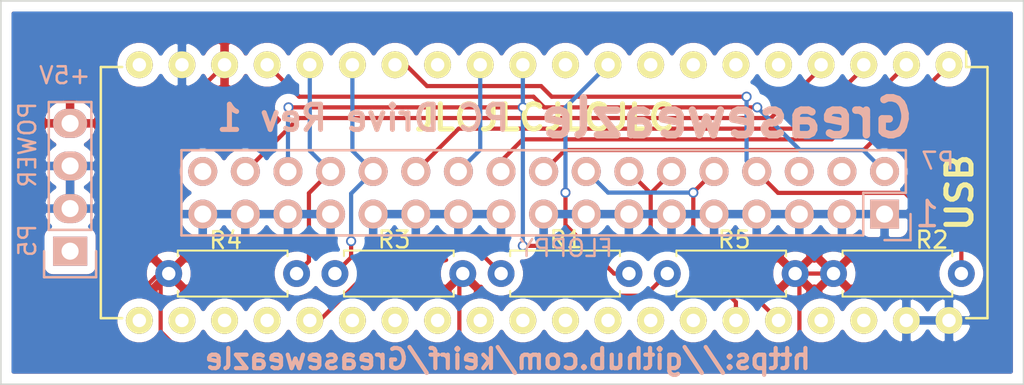
<source format=kicad_pcb>
(kicad_pcb (version 20171130) (host pcbnew "(5.1.6-0-10_14)")

  (general
    (thickness 1.6)
    (drawings 11)
    (tracks 115)
    (zones 0)
    (modules 8)
    (nets 17)
  )

  (page A4)
  (layers
    (0 F.Cu signal hide)
    (31 B.Cu signal hide)
    (32 B.Adhes user)
    (33 F.Adhes user)
    (34 B.Paste user)
    (35 F.Paste user)
    (36 B.SilkS user)
    (37 F.SilkS user)
    (38 B.Mask user)
    (39 F.Mask user)
    (40 Dwgs.User user)
    (41 Cmts.User user)
    (42 Eco1.User user)
    (43 Eco2.User user)
    (44 Edge.Cuts user)
    (45 Margin user)
    (46 B.CrtYd user)
    (47 F.CrtYd user)
    (48 B.Fab user)
  )

  (setup
    (last_trace_width 0.25)
    (trace_clearance 0.2)
    (zone_clearance 0.508)
    (zone_45_only no)
    (trace_min 0.2)
    (via_size 0.6)
    (via_drill 0.4)
    (via_min_size 0.4)
    (via_min_drill 0.3)
    (uvia_size 0.3)
    (uvia_drill 0.1)
    (uvias_allowed no)
    (uvia_min_size 0.2)
    (uvia_min_drill 0.1)
    (edge_width 0.1)
    (segment_width 0.2)
    (pcb_text_width 0.3)
    (pcb_text_size 1.5 1.5)
    (mod_edge_width 0.15)
    (mod_text_size 1 1)
    (mod_text_width 0.15)
    (pad_size 3.2 3.2)
    (pad_drill 3.2)
    (pad_to_mask_clearance 0)
    (solder_mask_min_width 0.25)
    (aux_axis_origin 0 0)
    (visible_elements FFFFFF7F)
    (pcbplotparams
      (layerselection 0x010f0_ffffffff)
      (usegerberextensions false)
      (usegerberattributes false)
      (usegerberadvancedattributes false)
      (creategerberjobfile false)
      (excludeedgelayer true)
      (linewidth 0.100000)
      (plotframeref false)
      (viasonmask false)
      (mode 1)
      (useauxorigin false)
      (hpglpennumber 1)
      (hpglpenspeed 20)
      (hpglpendiameter 15.000000)
      (psnegative false)
      (psa4output false)
      (plotreference true)
      (plotvalue true)
      (plotinvisibletext false)
      (padsonsilk false)
      (subtractmaskfromsilk false)
      (outputformat 1)
      (mirror false)
      (drillshape 0)
      (scaleselection 1)
      (outputdirectory "gerber"))
  )

  (net 0 "")
  (net 1 +5V)
  (net 2 GND)
  (net 3 /_MTR)
  (net 4 /_INDEX)
  (net 5 /_DIR)
  (net 6 /_STEP)
  (net 7 /_DKWD)
  (net 8 /_DKWE)
  (net 9 /_TRK0)
  (net 10 /_WRPROT)
  (net 11 /_DKRD)
  (net 12 /_SIDE)
  (net 13 /_DENSEL)
  (net 14 /_SEL)
  (net 15 /USB_CONN)
  (net 16 /USB_DP)

  (net_class Default "This is the default net class."
    (clearance 0.2)
    (trace_width 0.25)
    (via_dia 0.6)
    (via_drill 0.4)
    (uvia_dia 0.3)
    (uvia_drill 0.1)
    (add_net +5V)
    (add_net /USB_CONN)
    (add_net /USB_DP)
    (add_net /_DENSEL)
    (add_net /_DIR)
    (add_net /_DKRD)
    (add_net /_DKWD)
    (add_net /_DKWE)
    (add_net /_INDEX)
    (add_net /_MTR)
    (add_net /_SEL)
    (add_net /_SIDE)
    (add_net /_STEP)
    (add_net /_TRK0)
    (add_net /_WRPROT)
  )

  (net_class PowIn ""
    (clearance 0.2)
    (trace_width 1)
    (via_dia 0.6)
    (via_drill 0.4)
    (uvia_dia 0.3)
    (uvia_drill 0.1)
  )

  (net_class Power ""
    (clearance 0.2)
    (trace_width 0.5)
    (via_dia 0.6)
    (via_drill 0.4)
    (uvia_dia 0.3)
    (uvia_drill 0.1)
    (add_net GND)
  )

  (module Housings_DIP:DIP-40_W15.24mm (layer F.Cu) (tedit 5DA5808B) (tstamp 600D28A7)
    (at 173.355 97.79 270)
    (descr "40-lead dip package, row spacing 15.24 mm (600 mils)")
    (tags "dil dip 2.54 600")
    (path /559B9AF3)
    (fp_text reference U1 (at 13.335 48.26) (layer F.SilkS) hide
      (effects (font (size 1 1) (thickness 0.15)))
    )
    (fp_text value TAOBAO (at 13.335 43.18) (layer Dwgs.User) hide
      (effects (font (size 1 1) (thickness 0.15)))
    )
    (fp_line (start 0.135 -1.025) (end -0.8 -1.025) (layer F.SilkS) (width 0.15))
    (fp_line (start 0.135 50.555) (end 15.105 50.555) (layer F.SilkS) (width 0.15))
    (fp_line (start 0.135 -2.295) (end 15.105 -2.295) (layer F.SilkS) (width 0.15))
    (fp_line (start 0.135 50.555) (end 0.135 49.285) (layer F.SilkS) (width 0.15))
    (fp_line (start 15.105 50.555) (end 15.105 49.285) (layer F.SilkS) (width 0.15))
    (fp_line (start 15.105 -2.295) (end 15.105 -1.025) (layer F.SilkS) (width 0.15))
    (fp_line (start 0.135 -2.295) (end 0.135 -1.025) (layer F.SilkS) (width 0.15))
    (fp_line (start -1.05 50.75) (end 16.3 50.75) (layer F.CrtYd) (width 0.05))
    (fp_line (start -1.05 -2.45) (end 16.3 -2.45) (layer F.CrtYd) (width 0.05))
    (fp_line (start 16.3 -2.45) (end 16.3 50.75) (layer F.CrtYd) (width 0.05))
    (fp_line (start -1.05 -2.45) (end -1.05 50.75) (layer F.CrtYd) (width 0.05))
    (pad 1 thru_hole oval (at 0 0 270) (size 1.6 1.6) (drill 0.8) (layers *.Cu *.Mask F.SilkS)
      (net 5 /_DIR))
    (pad 2 thru_hole oval (at 0 2.54 270) (size 1.6 1.6) (drill 0.8) (layers *.Cu *.Mask F.SilkS)
      (net 6 /_STEP))
    (pad 3 thru_hole oval (at 0 5.08 270) (size 1.6 1.6) (drill 0.8) (layers *.Cu *.Mask F.SilkS)
      (net 8 /_DKWE))
    (pad 4 thru_hole oval (at 0 7.62 270) (size 1.6 1.6) (drill 0.8) (layers *.Cu *.Mask F.SilkS)
      (net 12 /_SIDE))
    (pad 5 thru_hole oval (at 0 10.16 270) (size 1.6 1.6) (drill 0.8) (layers *.Cu *.Mask F.SilkS))
    (pad 6 thru_hole oval (at 0 12.7 270) (size 1.6 1.6) (drill 0.8) (layers *.Cu *.Mask F.SilkS))
    (pad 7 thru_hole oval (at 0 15.24 270) (size 1.6 1.6) (drill 0.8) (layers *.Cu *.Mask F.SilkS))
    (pad 8 thru_hole oval (at 0 17.78 270) (size 1.6 1.6) (drill 0.8) (layers *.Cu *.Mask F.SilkS))
    (pad 9 thru_hole oval (at 0 20.32 270) (size 1.6 1.6) (drill 0.8) (layers *.Cu *.Mask F.SilkS)
      (net 16 /USB_DP))
    (pad 10 thru_hole oval (at 0 22.86 270) (size 1.6 1.6) (drill 0.8) (layers *.Cu *.Mask F.SilkS))
    (pad 11 thru_hole oval (at 0 25.4 270) (size 1.6 1.6) (drill 0.8) (layers *.Cu *.Mask F.SilkS)
      (net 11 /_DKRD))
    (pad 12 thru_hole oval (at 0 27.94 270) (size 1.6 1.6) (drill 0.8) (layers *.Cu *.Mask F.SilkS)
      (net 7 /_DKWD))
    (pad 13 thru_hole oval (at 0 30.48 270) (size 1.6 1.6) (drill 0.8) (layers *.Cu *.Mask F.SilkS))
    (pad 14 thru_hole oval (at 0 33.02 270) (size 1.6 1.6) (drill 0.8) (layers *.Cu *.Mask F.SilkS)
      (net 4 /_INDEX))
    (pad 15 thru_hole oval (at 0 35.56 270) (size 1.6 1.6) (drill 0.8) (layers *.Cu *.Mask F.SilkS)
      (net 9 /_TRK0))
    (pad 16 thru_hole oval (at 0 38.1 270) (size 1.6 1.6) (drill 0.8) (layers *.Cu *.Mask F.SilkS)
      (net 10 /_WRPROT))
    (pad 17 thru_hole oval (at 0 40.64 270) (size 1.6 1.6) (drill 0.8) (layers *.Cu *.Mask F.SilkS)
      (net 13 /_DENSEL))
    (pad 18 thru_hole oval (at 0 43.18 270) (size 1.6 1.6) (drill 0.8) (layers *.Cu *.Mask F.SilkS)
      (net 1 +5V))
    (pad 19 thru_hole oval (at 0 45.72 270) (size 1.6 1.6) (drill 0.8) (layers *.Cu *.Mask F.SilkS)
      (net 2 GND))
    (pad 20 thru_hole oval (at 0 48.26 270) (size 1.6 1.6) (drill 0.8) (layers *.Cu *.Mask F.SilkS))
    (pad 21 thru_hole oval (at 15.24 48.26 270) (size 1.6 1.6) (drill 0.8) (layers *.Cu *.Mask F.SilkS))
    (pad 22 thru_hole oval (at 15.24 45.72 270) (size 1.6 1.6) (drill 0.8) (layers *.Cu *.Mask F.SilkS))
    (pad 23 thru_hole oval (at 15.24 43.18 270) (size 1.6 1.6) (drill 0.8) (layers *.Cu *.Mask F.SilkS))
    (pad 24 thru_hole oval (at 15.24 40.64 270) (size 1.6 1.6) (drill 0.8) (layers *.Cu *.Mask F.SilkS))
    (pad 25 thru_hole oval (at 15.24 38.1 270) (size 1.6 1.6) (drill 0.8) (layers *.Cu *.Mask F.SilkS)
      (net 15 /USB_CONN))
    (pad 26 thru_hole oval (at 15.24 35.56 270) (size 1.6 1.6) (drill 0.8) (layers *.Cu *.Mask F.SilkS))
    (pad 27 thru_hole oval (at 15.24 33.02 270) (size 1.6 1.6) (drill 0.8) (layers *.Cu *.Mask F.SilkS))
    (pad 28 thru_hole oval (at 15.24 30.48 270) (size 1.6 1.6) (drill 0.8) (layers *.Cu *.Mask F.SilkS))
    (pad 29 thru_hole oval (at 15.24 27.94 270) (size 1.6 1.6) (drill 0.8) (layers *.Cu *.Mask F.SilkS))
    (pad 30 thru_hole oval (at 15.24 25.4 270) (size 1.6 1.6) (drill 0.8) (layers *.Cu *.Mask F.SilkS))
    (pad 31 thru_hole oval (at 15.24 22.86 270) (size 1.6 1.6) (drill 0.8) (layers *.Cu *.Mask F.SilkS))
    (pad 32 thru_hole oval (at 15.24 20.32 270) (size 1.6 1.6) (drill 0.8) (layers *.Cu *.Mask F.SilkS))
    (pad 33 thru_hole oval (at 15.24 17.78 270) (size 1.6 1.6) (drill 0.8) (layers *.Cu *.Mask F.SilkS))
    (pad 34 thru_hole oval (at 15.24 15.24 270) (size 1.6 1.6) (drill 0.8) (layers *.Cu *.Mask F.SilkS))
    (pad 35 thru_hole oval (at 15.24 12.7 270) (size 1.6 1.6) (drill 0.8) (layers *.Cu *.Mask F.SilkS)
      (net 14 /_SEL))
    (pad 36 thru_hole oval (at 15.24 10.16 270) (size 1.6 1.6) (drill 0.8) (layers *.Cu *.Mask F.SilkS)
      (net 3 /_MTR))
    (pad 37 thru_hole oval (at 15.24 7.62 270) (size 1.6 1.6) (drill 0.8) (layers *.Cu *.Mask F.SilkS))
    (pad 38 thru_hole oval (at 15.24 5.08 270) (size 1.6 1.6) (drill 0.8) (layers *.Cu *.Mask F.SilkS))
    (pad 39 thru_hole oval (at 15.24 2.54 270) (size 1.6 1.6) (drill 0.8) (layers *.Cu *.Mask F.SilkS)
      (net 2 GND))
    (pad 40 thru_hole oval (at 15.24 0 270) (size 1.6 1.6) (drill 0.8) (layers *.Cu *.Mask F.SilkS)
      (net 2 GND))
    (model Housings_DIP.3dshapes/DIP-40_W15.24mm.wrl
      (at (xyz 0 0 0))
      (scale (xyz 1 1 1))
      (rotate (xyz 0 0 0))
    )
  )

  (module Pin_Headers:Pin_Header_Straight_1x04 (layer B.Cu) (tedit 559F9726) (tstamp 559E9162)
    (at 120.9675 108.9025)
    (descr "Through hole pin header")
    (tags "pin header")
    (path /55907D94)
    (fp_text reference P5 (at -2.54 -0.635 270) (layer B.SilkS)
      (effects (font (size 1 1) (thickness 0.15)) (justify mirror))
    )
    (fp_text value POWER (at -2.54 -6.35 270) (layer B.SilkS)
      (effects (font (size 1 1) (thickness 0.15)) (justify mirror))
    )
    (fp_line (start -1.55 1.55) (end 1.55 1.55) (layer B.SilkS) (width 0.15))
    (fp_line (start -1.55 0) (end -1.55 1.55) (layer B.SilkS) (width 0.15))
    (fp_line (start 1.27 -1.27) (end -1.27 -1.27) (layer B.SilkS) (width 0.15))
    (fp_line (start -1.27 -8.89) (end 1.27 -8.89) (layer B.SilkS) (width 0.15))
    (fp_line (start 1.55 1.55) (end 1.55 0) (layer B.SilkS) (width 0.15))
    (fp_line (start 1.27 -1.27) (end 1.27 -8.89) (layer B.SilkS) (width 0.15))
    (fp_line (start -1.27 -1.27) (end -1.27 -8.89) (layer B.SilkS) (width 0.15))
    (fp_line (start -1.75 -9.4) (end 1.75 -9.4) (layer B.CrtYd) (width 0.05))
    (fp_line (start -1.75 1.75) (end 1.75 1.75) (layer B.CrtYd) (width 0.05))
    (fp_line (start 1.75 1.75) (end 1.75 -9.4) (layer B.CrtYd) (width 0.05))
    (fp_line (start -1.75 1.75) (end -1.75 -9.4) (layer B.CrtYd) (width 0.05))
    (pad 1 thru_hole rect (at 0 0) (size 2.032 1.7272) (drill 1.016) (layers *.Cu *.Mask B.SilkS))
    (pad 2 thru_hole oval (at 0 -2.54) (size 2.032 1.7272) (drill 1.016) (layers *.Cu *.Mask B.SilkS)
      (net 2 GND))
    (pad 3 thru_hole oval (at 0 -5.08) (size 2.032 1.7272) (drill 1.016) (layers *.Cu *.Mask B.SilkS)
      (net 2 GND))
    (pad 4 thru_hole oval (at 0 -7.62) (size 2.032 1.7272) (drill 1.016) (layers *.Cu *.Mask B.SilkS)
      (net 1 +5V))
    (model Pin_Headers.3dshapes/Pin_Header_Straight_1x04.wrl
      (offset (xyz 0 -3.809999942779541 0))
      (scale (xyz 1 1 1))
      (rotate (xyz 0 0 90))
    )
  )

  (module Pin_Headers:Pin_Header_Straight_2x17 (layer B.Cu) (tedit 5DA580C5) (tstamp 559E91AB)
    (at 169.514 106.69284 90)
    (descr "Through hole pin header")
    (tags "pin header")
    (path /558A939C)
    (fp_text reference P7 (at 3.175 3.175 180) (layer B.SilkS)
      (effects (font (size 1 1) (thickness 0.15)) (justify mirror))
    )
    (fp_text value FLOPPY (at -2.03186 -18.9809 180) (layer B.SilkS)
      (effects (font (size 1 1) (thickness 0.15)) (justify mirror))
    )
    (fp_line (start -1.55 1.55) (end -1.55 0) (layer B.SilkS) (width 0.15))
    (fp_line (start 1.27 -1.27) (end -1.27 -1.27) (layer B.SilkS) (width 0.15))
    (fp_line (start 1.27 1.27) (end 1.27 -1.27) (layer B.SilkS) (width 0.15))
    (fp_line (start 0 1.55) (end -1.55 1.55) (layer B.SilkS) (width 0.15))
    (fp_line (start 3.81 1.27) (end 1.27 1.27) (layer B.SilkS) (width 0.15))
    (fp_line (start 3.81 -41.91) (end -1.27 -41.91) (layer B.SilkS) (width 0.15))
    (fp_line (start -1.27 -1.27) (end -1.27 -41.91) (layer B.SilkS) (width 0.15))
    (fp_line (start 3.81 -41.91) (end 3.81 1.27) (layer B.SilkS) (width 0.15))
    (fp_line (start -1.75 -42.4) (end 4.3 -42.4) (layer B.CrtYd) (width 0.05))
    (fp_line (start -1.75 1.75) (end 4.3 1.75) (layer B.CrtYd) (width 0.05))
    (fp_line (start 4.3 1.75) (end 4.3 -42.4) (layer B.CrtYd) (width 0.05))
    (fp_line (start -1.75 1.75) (end -1.75 -42.4) (layer B.CrtYd) (width 0.05))
    (pad 1 thru_hole rect (at 0 0 90) (size 1.7272 1.7272) (drill 1.016) (layers *.Cu *.Mask B.SilkS)
      (net 2 GND))
    (pad 2 thru_hole oval (at 2.54 0 90) (size 1.7272 1.7272) (drill 1.016) (layers *.Cu *.Mask B.SilkS)
      (net 13 /_DENSEL))
    (pad 3 thru_hole oval (at 0 -2.54 90) (size 1.7272 1.7272) (drill 1.016) (layers *.Cu *.Mask B.SilkS)
      (net 2 GND))
    (pad 4 thru_hole oval (at 2.54 -2.54 90) (size 1.7272 1.7272) (drill 1.016) (layers *.Cu *.Mask B.SilkS))
    (pad 5 thru_hole oval (at 0 -5.08 90) (size 1.7272 1.7272) (drill 1.016) (layers *.Cu *.Mask B.SilkS)
      (net 2 GND))
    (pad 6 thru_hole oval (at 2.54 -5.08 90) (size 1.7272 1.7272) (drill 1.016) (layers *.Cu *.Mask B.SilkS))
    (pad 7 thru_hole oval (at 0 -7.62 90) (size 1.7272 1.7272) (drill 1.016) (layers *.Cu *.Mask B.SilkS)
      (net 2 GND))
    (pad 8 thru_hole oval (at 2.54 -7.62 90) (size 1.7272 1.7272) (drill 1.016) (layers *.Cu *.Mask B.SilkS)
      (net 4 /_INDEX))
    (pad 9 thru_hole oval (at 0 -10.16 90) (size 1.7272 1.7272) (drill 1.016) (layers *.Cu *.Mask B.SilkS)
      (net 2 GND))
    (pad 10 thru_hole oval (at 2.54 -10.16 90) (size 1.7272 1.7272) (drill 1.016) (layers *.Cu *.Mask B.SilkS)
      (net 3 /_MTR))
    (pad 11 thru_hole oval (at 0 -12.7 90) (size 1.7272 1.7272) (drill 1.016) (layers *.Cu *.Mask B.SilkS)
      (net 2 GND))
    (pad 12 thru_hole oval (at 2.54 -12.7 90) (size 1.7272 1.7272) (drill 1.016) (layers *.Cu *.Mask B.SilkS)
      (net 14 /_SEL))
    (pad 13 thru_hole oval (at 0 -15.24 90) (size 1.7272 1.7272) (drill 1.016) (layers *.Cu *.Mask B.SilkS)
      (net 2 GND))
    (pad 14 thru_hole oval (at 2.54 -15.24 90) (size 1.7272 1.7272) (drill 1.016) (layers *.Cu *.Mask B.SilkS)
      (net 14 /_SEL))
    (pad 15 thru_hole oval (at 0 -17.78 90) (size 1.7272 1.7272) (drill 1.016) (layers *.Cu *.Mask B.SilkS)
      (net 2 GND))
    (pad 16 thru_hole oval (at 2.54 -17.78 90) (size 1.7272 1.7272) (drill 1.016) (layers *.Cu *.Mask B.SilkS)
      (net 3 /_MTR))
    (pad 17 thru_hole oval (at 0 -20.32 90) (size 1.7272 1.7272) (drill 1.016) (layers *.Cu *.Mask B.SilkS)
      (net 2 GND))
    (pad 18 thru_hole oval (at 2.54 -20.32 90) (size 1.7272 1.7272) (drill 1.016) (layers *.Cu *.Mask B.SilkS)
      (net 5 /_DIR))
    (pad 19 thru_hole oval (at 0 -22.86 90) (size 1.7272 1.7272) (drill 1.016) (layers *.Cu *.Mask B.SilkS)
      (net 2 GND))
    (pad 20 thru_hole oval (at 2.54 -22.86 90) (size 1.7272 1.7272) (drill 1.016) (layers *.Cu *.Mask B.SilkS)
      (net 6 /_STEP))
    (pad 21 thru_hole oval (at 0 -25.4 90) (size 1.7272 1.7272) (drill 1.016) (layers *.Cu *.Mask B.SilkS)
      (net 2 GND))
    (pad 22 thru_hole oval (at 2.54 -25.4 90) (size 1.7272 1.7272) (drill 1.016) (layers *.Cu *.Mask B.SilkS)
      (net 7 /_DKWD))
    (pad 23 thru_hole oval (at 0 -27.94 90) (size 1.7272 1.7272) (drill 1.016) (layers *.Cu *.Mask B.SilkS)
      (net 2 GND))
    (pad 24 thru_hole oval (at 2.54 -27.94 90) (size 1.7272 1.7272) (drill 1.016) (layers *.Cu *.Mask B.SilkS)
      (net 8 /_DKWE))
    (pad 25 thru_hole oval (at 0 -30.48 90) (size 1.7272 1.7272) (drill 1.016) (layers *.Cu *.Mask B.SilkS)
      (net 2 GND))
    (pad 26 thru_hole oval (at 2.54 -30.48 90) (size 1.7272 1.7272) (drill 1.016) (layers *.Cu *.Mask B.SilkS)
      (net 9 /_TRK0))
    (pad 27 thru_hole oval (at 0 -33.02 90) (size 1.7272 1.7272) (drill 1.016) (layers *.Cu *.Mask B.SilkS)
      (net 2 GND))
    (pad 28 thru_hole oval (at 2.54 -33.02 90) (size 1.7272 1.7272) (drill 1.016) (layers *.Cu *.Mask B.SilkS)
      (net 10 /_WRPROT))
    (pad 29 thru_hole oval (at 0 -35.56 90) (size 1.7272 1.7272) (drill 1.016) (layers *.Cu *.Mask B.SilkS)
      (net 2 GND))
    (pad 30 thru_hole oval (at 2.54 -35.56 90) (size 1.7272 1.7272) (drill 1.016) (layers *.Cu *.Mask B.SilkS)
      (net 11 /_DKRD))
    (pad 31 thru_hole oval (at 0 -38.1 90) (size 1.7272 1.7272) (drill 1.016) (layers *.Cu *.Mask B.SilkS)
      (net 2 GND))
    (pad 32 thru_hole oval (at 2.54 -38.1 90) (size 1.7272 1.7272) (drill 1.016) (layers *.Cu *.Mask B.SilkS)
      (net 12 /_SIDE))
    (pad 33 thru_hole oval (at 0 -40.64 90) (size 1.7272 1.7272) (drill 1.016) (layers *.Cu *.Mask B.SilkS)
      (net 2 GND))
    (pad 34 thru_hole oval (at 2.54 -40.64 90) (size 1.7272 1.7272) (drill 1.016) (layers *.Cu *.Mask B.SilkS))
    (model Pin_Headers.3dshapes/Pin_Header_Straight_2x17.wrl
      (offset (xyz 1.269999980926514 -20.31999969482422 0))
      (scale (xyz 1 1 1))
      (rotate (xyz 0 0 90))
    )
  )

  (module Resistor_THT:R_Axial_DIN0207_L6.3mm_D2.5mm_P7.62mm_Horizontal (layer F.Cu) (tedit 5AE5139B) (tstamp 600D2780)
    (at 146.6596 110.236)
    (descr "Resistor, Axial_DIN0207 series, Axial, Horizontal, pin pitch=7.62mm, 0.25W = 1/4W, length*diameter=6.3*2.5mm^2, http://cdn-reichelt.de/documents/datenblatt/B400/1_4W%23YAG.pdf")
    (tags "Resistor Axial_DIN0207 series Axial Horizontal pin pitch 7.62mm 0.25W = 1/4W length 6.3mm diameter 2.5mm")
    (path /5DAD5D7C)
    (fp_text reference R1 (at 3.8608 -2.032) (layer F.SilkS)
      (effects (font (size 1 1) (thickness 0.15)))
    )
    (fp_text value 1.5K (at 3.81 2.37) (layer F.Fab)
      (effects (font (size 1 1) (thickness 0.15)))
    )
    (fp_line (start 8.67 -1.5) (end -1.05 -1.5) (layer F.CrtYd) (width 0.05))
    (fp_line (start 8.67 1.5) (end 8.67 -1.5) (layer F.CrtYd) (width 0.05))
    (fp_line (start -1.05 1.5) (end 8.67 1.5) (layer F.CrtYd) (width 0.05))
    (fp_line (start -1.05 -1.5) (end -1.05 1.5) (layer F.CrtYd) (width 0.05))
    (fp_line (start 7.08 1.37) (end 7.08 1.04) (layer F.SilkS) (width 0.12))
    (fp_line (start 0.54 1.37) (end 7.08 1.37) (layer F.SilkS) (width 0.12))
    (fp_line (start 0.54 1.04) (end 0.54 1.37) (layer F.SilkS) (width 0.12))
    (fp_line (start 7.08 -1.37) (end 7.08 -1.04) (layer F.SilkS) (width 0.12))
    (fp_line (start 0.54 -1.37) (end 7.08 -1.37) (layer F.SilkS) (width 0.12))
    (fp_line (start 0.54 -1.04) (end 0.54 -1.37) (layer F.SilkS) (width 0.12))
    (fp_line (start 7.62 0) (end 6.96 0) (layer F.Fab) (width 0.1))
    (fp_line (start 0 0) (end 0.66 0) (layer F.Fab) (width 0.1))
    (fp_line (start 6.96 -1.25) (end 0.66 -1.25) (layer F.Fab) (width 0.1))
    (fp_line (start 6.96 1.25) (end 6.96 -1.25) (layer F.Fab) (width 0.1))
    (fp_line (start 0.66 1.25) (end 6.96 1.25) (layer F.Fab) (width 0.1))
    (fp_line (start 0.66 -1.25) (end 0.66 1.25) (layer F.Fab) (width 0.1))
    (fp_text user %R (at 3.81 0) (layer F.Fab)
      (effects (font (size 1 1) (thickness 0.15)))
    )
    (pad 1 thru_hole circle (at 0 0) (size 1.6 1.6) (drill 0.8) (layers *.Cu *.Mask)
      (net 15 /USB_CONN))
    (pad 2 thru_hole oval (at 7.62 0) (size 1.6 1.6) (drill 0.8) (layers *.Cu *.Mask)
      (net 16 /USB_DP))
    (model ${KISYS3DMOD}/Resistor_THT.3dshapes/R_Axial_DIN0207_L6.3mm_D2.5mm_P7.62mm_Horizontal.wrl
      (at (xyz 0 0 0))
      (scale (xyz 1 1 1))
      (rotate (xyz 0 0 0))
    )
  )

  (module Resistor_THT:R_Axial_DIN0207_L6.3mm_D2.5mm_P7.62mm_Horizontal (layer F.Cu) (tedit 5AE5139B) (tstamp 600D2F0C)
    (at 166.4716 110.236)
    (descr "Resistor, Axial_DIN0207 series, Axial, Horizontal, pin pitch=7.62mm, 0.25W = 1/4W, length*diameter=6.3*2.5mm^2, http://cdn-reichelt.de/documents/datenblatt/B400/1_4W%23YAG.pdf")
    (tags "Resistor Axial_DIN0207 series Axial Horizontal pin pitch 7.62mm 0.25W = 1/4W length 6.3mm diameter 2.5mm")
    (path /558D9E66)
    (fp_text reference R2 (at 5.8674 -2.0066) (layer F.SilkS)
      (effects (font (size 1 1) (thickness 0.15)))
    )
    (fp_text value 1K (at 3.81 2.37) (layer F.Fab)
      (effects (font (size 1 1) (thickness 0.15)))
    )
    (fp_line (start 8.67 -1.5) (end -1.05 -1.5) (layer F.CrtYd) (width 0.05))
    (fp_line (start 8.67 1.5) (end 8.67 -1.5) (layer F.CrtYd) (width 0.05))
    (fp_line (start -1.05 1.5) (end 8.67 1.5) (layer F.CrtYd) (width 0.05))
    (fp_line (start -1.05 -1.5) (end -1.05 1.5) (layer F.CrtYd) (width 0.05))
    (fp_line (start 7.08 1.37) (end 7.08 1.04) (layer F.SilkS) (width 0.12))
    (fp_line (start 0.54 1.37) (end 7.08 1.37) (layer F.SilkS) (width 0.12))
    (fp_line (start 0.54 1.04) (end 0.54 1.37) (layer F.SilkS) (width 0.12))
    (fp_line (start 7.08 -1.37) (end 7.08 -1.04) (layer F.SilkS) (width 0.12))
    (fp_line (start 0.54 -1.37) (end 7.08 -1.37) (layer F.SilkS) (width 0.12))
    (fp_line (start 0.54 -1.04) (end 0.54 -1.37) (layer F.SilkS) (width 0.12))
    (fp_line (start 7.62 0) (end 6.96 0) (layer F.Fab) (width 0.1))
    (fp_line (start 0 0) (end 0.66 0) (layer F.Fab) (width 0.1))
    (fp_line (start 6.96 -1.25) (end 0.66 -1.25) (layer F.Fab) (width 0.1))
    (fp_line (start 6.96 1.25) (end 6.96 -1.25) (layer F.Fab) (width 0.1))
    (fp_line (start 0.66 1.25) (end 6.96 1.25) (layer F.Fab) (width 0.1))
    (fp_line (start 0.66 -1.25) (end 0.66 1.25) (layer F.Fab) (width 0.1))
    (fp_text user %R (at 3.81 0) (layer F.Fab)
      (effects (font (size 1 1) (thickness 0.15)))
    )
    (pad 1 thru_hole circle (at 0 0) (size 1.6 1.6) (drill 0.8) (layers *.Cu *.Mask)
      (net 1 +5V))
    (pad 2 thru_hole oval (at 7.62 0) (size 1.6 1.6) (drill 0.8) (layers *.Cu *.Mask)
      (net 4 /_INDEX))
    (model ${KISYS3DMOD}/Resistor_THT.3dshapes/R_Axial_DIN0207_L6.3mm_D2.5mm_P7.62mm_Horizontal.wrl
      (at (xyz 0 0 0))
      (scale (xyz 1 1 1))
      (rotate (xyz 0 0 0))
    )
  )

  (module Resistor_THT:R_Axial_DIN0207_L6.3mm_D2.5mm_P7.62mm_Horizontal (layer F.Cu) (tedit 5AE5139B) (tstamp 600D27AC)
    (at 144.3736 110.236 180)
    (descr "Resistor, Axial_DIN0207 series, Axial, Horizontal, pin pitch=7.62mm, 0.25W = 1/4W, length*diameter=6.3*2.5mm^2, http://cdn-reichelt.de/documents/datenblatt/B400/1_4W%23YAG.pdf")
    (tags "Resistor Axial_DIN0207 series Axial Horizontal pin pitch 7.62mm 0.25W = 1/4W length 6.3mm diameter 2.5mm")
    (path /5DAAA6FC)
    (fp_text reference R3 (at 4.0894 2.0193) (layer F.SilkS)
      (effects (font (size 1 1) (thickness 0.15)))
    )
    (fp_text value 1K (at 3.81 2.37) (layer F.Fab)
      (effects (font (size 1 1) (thickness 0.15)))
    )
    (fp_line (start 0.66 -1.25) (end 0.66 1.25) (layer F.Fab) (width 0.1))
    (fp_line (start 0.66 1.25) (end 6.96 1.25) (layer F.Fab) (width 0.1))
    (fp_line (start 6.96 1.25) (end 6.96 -1.25) (layer F.Fab) (width 0.1))
    (fp_line (start 6.96 -1.25) (end 0.66 -1.25) (layer F.Fab) (width 0.1))
    (fp_line (start 0 0) (end 0.66 0) (layer F.Fab) (width 0.1))
    (fp_line (start 7.62 0) (end 6.96 0) (layer F.Fab) (width 0.1))
    (fp_line (start 0.54 -1.04) (end 0.54 -1.37) (layer F.SilkS) (width 0.12))
    (fp_line (start 0.54 -1.37) (end 7.08 -1.37) (layer F.SilkS) (width 0.12))
    (fp_line (start 7.08 -1.37) (end 7.08 -1.04) (layer F.SilkS) (width 0.12))
    (fp_line (start 0.54 1.04) (end 0.54 1.37) (layer F.SilkS) (width 0.12))
    (fp_line (start 0.54 1.37) (end 7.08 1.37) (layer F.SilkS) (width 0.12))
    (fp_line (start 7.08 1.37) (end 7.08 1.04) (layer F.SilkS) (width 0.12))
    (fp_line (start -1.05 -1.5) (end -1.05 1.5) (layer F.CrtYd) (width 0.05))
    (fp_line (start -1.05 1.5) (end 8.67 1.5) (layer F.CrtYd) (width 0.05))
    (fp_line (start 8.67 1.5) (end 8.67 -1.5) (layer F.CrtYd) (width 0.05))
    (fp_line (start 8.67 -1.5) (end -1.05 -1.5) (layer F.CrtYd) (width 0.05))
    (fp_text user %R (at 3.81 0) (layer F.Fab)
      (effects (font (size 1 1) (thickness 0.15)))
    )
    (pad 2 thru_hole oval (at 7.62 0 180) (size 1.6 1.6) (drill 0.8) (layers *.Cu *.Mask)
      (net 9 /_TRK0))
    (pad 1 thru_hole circle (at 0 0 180) (size 1.6 1.6) (drill 0.8) (layers *.Cu *.Mask)
      (net 1 +5V))
    (model ${KISYS3DMOD}/Resistor_THT.3dshapes/R_Axial_DIN0207_L6.3mm_D2.5mm_P7.62mm_Horizontal.wrl
      (at (xyz 0 0 0))
      (scale (xyz 1 1 1))
      (rotate (xyz 0 0 0))
    )
  )

  (module Resistor_THT:R_Axial_DIN0207_L6.3mm_D2.5mm_P7.62mm_Horizontal (layer F.Cu) (tedit 5AE5139B) (tstamp 600D27C2)
    (at 126.8476 110.236)
    (descr "Resistor, Axial_DIN0207 series, Axial, Horizontal, pin pitch=7.62mm, 0.25W = 1/4W, length*diameter=6.3*2.5mm^2, http://cdn-reichelt.de/documents/datenblatt/B400/1_4W%23YAG.pdf")
    (tags "Resistor Axial_DIN0207 series Axial Horizontal pin pitch 7.62mm 0.25W = 1/4W length 6.3mm diameter 2.5mm")
    (path /5DAAEE03)
    (fp_text reference R4 (at 3.3909 -1.9812) (layer F.SilkS)
      (effects (font (size 1 1) (thickness 0.15)))
    )
    (fp_text value 1K (at 3.81 2.37) (layer F.Fab)
      (effects (font (size 1 1) (thickness 0.15)))
    )
    (fp_line (start 8.67 -1.5) (end -1.05 -1.5) (layer F.CrtYd) (width 0.05))
    (fp_line (start 8.67 1.5) (end 8.67 -1.5) (layer F.CrtYd) (width 0.05))
    (fp_line (start -1.05 1.5) (end 8.67 1.5) (layer F.CrtYd) (width 0.05))
    (fp_line (start -1.05 -1.5) (end -1.05 1.5) (layer F.CrtYd) (width 0.05))
    (fp_line (start 7.08 1.37) (end 7.08 1.04) (layer F.SilkS) (width 0.12))
    (fp_line (start 0.54 1.37) (end 7.08 1.37) (layer F.SilkS) (width 0.12))
    (fp_line (start 0.54 1.04) (end 0.54 1.37) (layer F.SilkS) (width 0.12))
    (fp_line (start 7.08 -1.37) (end 7.08 -1.04) (layer F.SilkS) (width 0.12))
    (fp_line (start 0.54 -1.37) (end 7.08 -1.37) (layer F.SilkS) (width 0.12))
    (fp_line (start 0.54 -1.04) (end 0.54 -1.37) (layer F.SilkS) (width 0.12))
    (fp_line (start 7.62 0) (end 6.96 0) (layer F.Fab) (width 0.1))
    (fp_line (start 0 0) (end 0.66 0) (layer F.Fab) (width 0.1))
    (fp_line (start 6.96 -1.25) (end 0.66 -1.25) (layer F.Fab) (width 0.1))
    (fp_line (start 6.96 1.25) (end 6.96 -1.25) (layer F.Fab) (width 0.1))
    (fp_line (start 0.66 1.25) (end 6.96 1.25) (layer F.Fab) (width 0.1))
    (fp_line (start 0.66 -1.25) (end 0.66 1.25) (layer F.Fab) (width 0.1))
    (fp_text user %R (at 3.81 0) (layer F.Fab)
      (effects (font (size 1 1) (thickness 0.15)))
    )
    (pad 1 thru_hole circle (at 0 0) (size 1.6 1.6) (drill 0.8) (layers *.Cu *.Mask)
      (net 1 +5V))
    (pad 2 thru_hole oval (at 7.62 0) (size 1.6 1.6) (drill 0.8) (layers *.Cu *.Mask)
      (net 10 /_WRPROT))
    (model ${KISYS3DMOD}/Resistor_THT.3dshapes/R_Axial_DIN0207_L6.3mm_D2.5mm_P7.62mm_Horizontal.wrl
      (at (xyz 0 0 0))
      (scale (xyz 1 1 1))
      (rotate (xyz 0 0 0))
    )
  )

  (module Resistor_THT:R_Axial_DIN0207_L6.3mm_D2.5mm_P7.62mm_Horizontal (layer F.Cu) (tedit 5AE5139B) (tstamp 600D27D8)
    (at 164.1856 110.236 180)
    (descr "Resistor, Axial_DIN0207 series, Axial, Horizontal, pin pitch=7.62mm, 0.25W = 1/4W, length*diameter=6.3*2.5mm^2, http://cdn-reichelt.de/documents/datenblatt/B400/1_4W%23YAG.pdf")
    (tags "Resistor Axial_DIN0207 series Axial Horizontal pin pitch 7.62mm 0.25W = 1/4W length 6.3mm diameter 2.5mm")
    (path /5DAB3504)
    (fp_text reference R5 (at 3.6322 2.0193) (layer F.SilkS)
      (effects (font (size 1 1) (thickness 0.15)))
    )
    (fp_text value 1K (at 3.81 2.37) (layer F.Fab)
      (effects (font (size 1 1) (thickness 0.15)))
    )
    (fp_line (start 0.66 -1.25) (end 0.66 1.25) (layer F.Fab) (width 0.1))
    (fp_line (start 0.66 1.25) (end 6.96 1.25) (layer F.Fab) (width 0.1))
    (fp_line (start 6.96 1.25) (end 6.96 -1.25) (layer F.Fab) (width 0.1))
    (fp_line (start 6.96 -1.25) (end 0.66 -1.25) (layer F.Fab) (width 0.1))
    (fp_line (start 0 0) (end 0.66 0) (layer F.Fab) (width 0.1))
    (fp_line (start 7.62 0) (end 6.96 0) (layer F.Fab) (width 0.1))
    (fp_line (start 0.54 -1.04) (end 0.54 -1.37) (layer F.SilkS) (width 0.12))
    (fp_line (start 0.54 -1.37) (end 7.08 -1.37) (layer F.SilkS) (width 0.12))
    (fp_line (start 7.08 -1.37) (end 7.08 -1.04) (layer F.SilkS) (width 0.12))
    (fp_line (start 0.54 1.04) (end 0.54 1.37) (layer F.SilkS) (width 0.12))
    (fp_line (start 0.54 1.37) (end 7.08 1.37) (layer F.SilkS) (width 0.12))
    (fp_line (start 7.08 1.37) (end 7.08 1.04) (layer F.SilkS) (width 0.12))
    (fp_line (start -1.05 -1.5) (end -1.05 1.5) (layer F.CrtYd) (width 0.05))
    (fp_line (start -1.05 1.5) (end 8.67 1.5) (layer F.CrtYd) (width 0.05))
    (fp_line (start 8.67 1.5) (end 8.67 -1.5) (layer F.CrtYd) (width 0.05))
    (fp_line (start 8.67 -1.5) (end -1.05 -1.5) (layer F.CrtYd) (width 0.05))
    (fp_text user %R (at 3.81 0) (layer F.Fab)
      (effects (font (size 1 1) (thickness 0.15)))
    )
    (pad 2 thru_hole oval (at 7.62 0 180) (size 1.6 1.6) (drill 0.8) (layers *.Cu *.Mask)
      (net 11 /_DKRD))
    (pad 1 thru_hole circle (at 0 0 180) (size 1.6 1.6) (drill 0.8) (layers *.Cu *.Mask)
      (net 1 +5V))
    (model ${KISYS3DMOD}/Resistor_THT.3dshapes/R_Axial_DIN0207_L6.3mm_D2.5mm_P7.62mm_Horizontal.wrl
      (at (xyz 0 0 0))
      (scale (xyz 1 1 1))
      (rotate (xyz 0 0 0))
    )
  )

  (gr_text JLCJLCJLCJLC (at 149.2504 100.9396) (layer F.SilkS)
    (effects (font (size 1.5 1.5) (thickness 0.3)))
  )
  (gr_line (start 177.8 93.98) (end 116.84 93.98) (angle 90) (layer Edge.Cuts) (width 0.1))
  (gr_line (start 177.8 116.84) (end 177.8 93.98) (angle 90) (layer Edge.Cuts) (width 0.1))
  (gr_line (start 116.84 116.84) (end 177.8 116.84) (angle 90) (layer Edge.Cuts) (width 0.1))
  (gr_line (start 116.84 93.98) (end 116.84 116.84) (angle 90) (layer Edge.Cuts) (width 0.1))
  (gr_text USB (at 173.99 105.41 90) (layer F.SilkS)
    (effects (font (size 1.5 1.5) (thickness 0.3)))
  )
  (gr_text "PC Drive Rev 1" (at 138.43 100.965) (layer B.SilkS)
    (effects (font (size 1.5 1.5) (thickness 0.3)) (justify mirror))
  )
  (gr_text https://github.com/keirf/Greaseweazle (at 147.0533 115.3287) (layer B.SilkS)
    (effects (font (size 1.2 1.2) (thickness 0.25)) (justify mirror))
  )
  (gr_text +5V (at 120.65 98.425) (layer B.SilkS)
    (effects (font (size 1 1) (thickness 0.15)) (justify mirror))
  )
  (gr_text Greaseweazle (at 171.45 100.965) (layer B.SilkS)
    (effects (font (size 2.2 2.2) (thickness 0.45)) (justify left mirror))
  )
  (gr_text 1 (at 172.054 106.69284) (layer B.SilkS)
    (effects (font (size 1.5 1.5) (thickness 0.2)) (justify mirror))
  )

  (segment (start 143.9 110.49) (end 144.145 110.735) (width 0.25) (layer F.Cu) (net 1) (status C00000))
  (segment (start 164.1856 110.236) (end 166.4716 110.236) (width 0.25) (layer F.Cu) (net 1))
  (segment (start 126.6825 101.2825) (end 130.175 97.79) (width 0.25) (layer F.Cu) (net 1))
  (segment (start 120.9675 101.2825) (end 126.6825 101.2825) (width 0.25) (layer F.Cu) (net 1))
  (segment (start 126.6444 110.4392) (end 126.8476 110.236) (width 0.25) (layer F.Cu) (net 1))
  (segment (start 126.0602 110.4392) (end 126.6444 110.4392) (width 0.25) (layer F.Cu) (net 1))
  (segment (start 125.6284 110.871) (end 126.0602 110.4392) (width 0.25) (layer F.Cu) (net 1))
  (segment (start 118.8847 101.2825) (end 118.5926 101.5746) (width 0.25) (layer F.Cu) (net 1))
  (segment (start 119.2022 110.871) (end 125.6284 110.871) (width 0.25) (layer F.Cu) (net 1))
  (segment (start 118.5926 110.2614) (end 119.2022 110.871) (width 0.25) (layer F.Cu) (net 1))
  (segment (start 118.5926 101.5746) (end 118.5926 110.2614) (width 0.25) (layer F.Cu) (net 1))
  (segment (start 120.9675 101.2825) (end 118.8847 101.2825) (width 0.25) (layer F.Cu) (net 1))
  (segment (start 143.778802 114.554) (end 144.177801 114.155001) (width 0.25) (layer F.Cu) (net 1))
  (segment (start 127.2286 114.554) (end 143.778802 114.554) (width 0.25) (layer F.Cu) (net 1))
  (segment (start 126.365 113.6904) (end 127.2286 114.554) (width 0.25) (layer F.Cu) (net 1))
  (segment (start 126.365 110.7186) (end 126.365 113.6904) (width 0.25) (layer F.Cu) (net 1))
  (segment (start 126.8476 110.236) (end 126.365 110.7186) (width 0.25) (layer F.Cu) (net 1))
  (segment (start 144.1704 110.4392) (end 144.3736 110.236) (width 0.25) (layer F.Cu) (net 1))
  (segment (start 144.1704 114.162402) (end 144.1704 110.4392) (width 0.25) (layer F.Cu) (net 1))
  (segment (start 144.177801 114.155001) (end 144.1704 114.162402) (width 0.25) (layer F.Cu) (net 1))
  (segment (start 163.83 114.554) (end 144.5768 114.554) (width 0.25) (layer F.Cu) (net 1))
  (segment (start 164.4396 113.9444) (end 163.83 114.554) (width 0.25) (layer F.Cu) (net 1))
  (segment (start 164.4396 110.49) (end 164.4396 113.9444) (width 0.25) (layer F.Cu) (net 1))
  (segment (start 144.5768 114.554) (end 144.177801 114.155001) (width 0.25) (layer F.Cu) (net 1))
  (segment (start 164.1856 110.236) (end 164.4396 110.49) (width 0.25) (layer F.Cu) (net 1))
  (segment (start 120.9675 103.8225) (end 120.9675 106.3625) (width 0.5) (layer F.Cu) (net 2))
  (segment (start 163.195 113.03) (end 158.115 107.95) (width 0.25) (layer F.Cu) (net 3) (status 400010))
  (segment (start 158.115 105.39184) (end 159.354 104.15284) (width 0.25) (layer F.Cu) (net 3) (tstamp 5DA57A02) (status 800020))
  (segment (start 158.115 107.95) (end 158.115 105.39184) (width 0.25) (layer F.Cu) (net 3) (tstamp 5DA579FF))
  (segment (start 151.734 104.15284) (end 151.77784 104.15284) (width 0.25) (layer B.Cu) (net 3) (status C00030))
  (segment (start 158.115 105.41) (end 158.115 105.39184) (width 0.25) (layer F.Cu) (net 3) (tstamp 5DA57A25))
  (via (at 158.115 105.41) (size 0.6) (drill 0.4) (layers F.Cu B.Cu) (net 3))
  (segment (start 153.035 105.41) (end 158.115 105.41) (width 0.25) (layer B.Cu) (net 3) (tstamp 5DA57A21))
  (segment (start 151.77784 104.15284) (end 153.035 105.41) (width 0.25) (layer B.Cu) (net 3) (tstamp 5DA57A20) (status 400010))
  (segment (start 140.335 97.79) (end 140.97 97.79) (width 0.25) (layer F.Cu) (net 4) (status C00030))
  (segment (start 161.894 104.109) (end 161.894 104.15284) (width 0.25) (layer B.Cu) (net 4) (tstamp 5DA579D5) (status C00030))
  (segment (start 161.29 103.505) (end 161.894 104.109) (width 0.25) (layer B.Cu) (net 4) (tstamp 5DA579D3) (status C00020))
  (segment (start 161.29 99.695) (end 161.29 103.505) (width 0.25) (layer B.Cu) (net 4) (tstamp 5DA579D2) (status 800000))
  (via (at 161.29 99.695) (size 0.6) (drill 0.4) (layers F.Cu B.Cu) (net 4))
  (segment (start 149.675002 99.695) (end 161.29 99.695) (width 0.25) (layer F.Cu) (net 4) (tstamp 5DA579CD))
  (segment (start 149.040002 99.06) (end 149.675002 99.695) (width 0.25) (layer F.Cu) (net 4) (tstamp 5DA579CC))
  (segment (start 142.24 99.06) (end 149.040002 99.06) (width 0.25) (layer F.Cu) (net 4) (tstamp 5DA579C9))
  (segment (start 140.97 97.79) (end 142.24 99.06) (width 0.25) (layer F.Cu) (net 4) (tstamp 5DA579C7) (status 400010))
  (segment (start 174.0916 108.7882) (end 174.0916 110.236) (width 0.25) (layer F.Cu) (net 4))
  (segment (start 170.73184 105.42844) (end 174.0916 108.7882) (width 0.25) (layer F.Cu) (net 4))
  (segment (start 163.1696 105.42844) (end 170.73184 105.42844) (width 0.25) (layer F.Cu) (net 4))
  (segment (start 161.894 104.15284) (end 163.1696 105.42844) (width 0.25) (layer F.Cu) (net 4))
  (segment (start 150.47684 102.87) (end 149.194 104.15284) (width 0.25) (layer F.Cu) (net 5) (tstamp 5DA5793A) (status 800020))
  (segment (start 173.355 97.79) (end 168.275 102.87) (width 0.25) (layer F.Cu) (net 5) (status 400010))
  (segment (start 168.275 102.87) (end 150.47684 102.87) (width 0.25) (layer F.Cu) (net 5) (tstamp 5DA57936))
  (segment (start 170.815 97.79) (end 166.37 102.235) (width 0.25) (layer F.Cu) (net 6) (status 400010))
  (segment (start 146.654 103.536) (end 146.654 104.15284) (width 0.25) (layer F.Cu) (net 6) (tstamp 5DA5794A) (status C00030))
  (segment (start 147.955 102.235) (end 146.654 103.536) (width 0.25) (layer F.Cu) (net 6) (tstamp 5DA57945) (status 800020))
  (segment (start 166.37 102.235) (end 147.955 102.235) (width 0.25) (layer F.Cu) (net 6) (tstamp 5DA57942))
  (segment (start 145.415 97.79) (end 145.415 102.85184) (width 0.25) (layer B.Cu) (net 7) (status 400010))
  (segment (start 145.415 102.85184) (end 144.114 104.15284) (width 0.25) (layer B.Cu) (net 7) (tstamp 5DA57973) (status 800020))
  (segment (start 168.275 97.79) (end 168.275 97.974998) (width 0.25) (layer F.Cu) (net 8) (status C00030))
  (segment (start 144.12684 101.6) (end 141.574 104.15284) (width 0.25) (layer F.Cu) (net 8) (tstamp 5DA57957) (status 800020))
  (segment (start 164.649998 101.6) (end 144.12684 101.6) (width 0.25) (layer F.Cu) (net 8) (tstamp 5DA57951))
  (segment (start 168.275 97.974998) (end 164.649998 101.6) (width 0.25) (layer F.Cu) (net 8) (tstamp 5DA5794D) (status 400010))
  (segment (start 137.795 97.79) (end 137.795 102.91384) (width 0.25) (layer B.Cu) (net 9) (status 400010))
  (segment (start 137.795 102.91384) (end 139.034 104.15284) (width 0.25) (layer B.Cu) (net 9) (tstamp 5DA57969) (status 800020))
  (via (at 137.718802 108.3056) (size 0.6) (drill 0.4) (layers F.Cu B.Cu) (net 9))
  (segment (start 137.718802 105.468038) (end 137.718802 108.3056) (width 0.25) (layer B.Cu) (net 9))
  (segment (start 139.034 104.15284) (end 137.718802 105.468038) (width 0.25) (layer B.Cu) (net 9))
  (segment (start 137.718802 109.270798) (end 136.7536 110.236) (width 0.25) (layer F.Cu) (net 9))
  (segment (start 137.718802 108.3056) (end 137.718802 109.270798) (width 0.25) (layer F.Cu) (net 9))
  (segment (start 135.255 97.79) (end 135.255 102.91384) (width 0.25) (layer B.Cu) (net 10) (status 400010))
  (segment (start 135.255 102.91384) (end 136.494 104.15284) (width 0.25) (layer B.Cu) (net 10) (tstamp 5DA5796F) (status 800020))
  (segment (start 136.494 104.15284) (end 135.2042 105.44264) (width 0.25) (layer F.Cu) (net 10))
  (segment (start 135.2042 109.4994) (end 134.4676 110.236) (width 0.25) (layer F.Cu) (net 10))
  (segment (start 135.2042 105.44264) (end 135.2042 109.4994) (width 0.25) (layer F.Cu) (net 10))
  (segment (start 147.955 97.79) (end 147.955 100.33) (width 0.25) (layer B.Cu) (net 11) (status 400010))
  (segment (start 133.954 100.361) (end 133.954 104.15284) (width 0.25) (layer B.Cu) (net 11) (tstamp 5DA5798B) (status 800020))
  (segment (start 133.985 100.33) (end 133.954 100.361) (width 0.25) (layer B.Cu) (net 11) (tstamp 5DA5798A))
  (via (at 133.985 100.33) (size 0.6) (drill 0.4) (layers F.Cu B.Cu) (net 11))
  (segment (start 147.955 100.33) (end 133.985 100.33) (width 0.25) (layer F.Cu) (net 11) (tstamp 5DA57984))
  (via (at 147.955 100.33) (size 0.6) (drill 0.4) (layers F.Cu B.Cu) (net 11))
  (segment (start 147.955 108.585) (end 147.955 100.33) (width 0.25) (layer B.Cu) (net 11) (tstamp 5DA5955E))
  (via (at 147.955 108.585) (size 0.6) (drill 0.4) (layers F.Cu B.Cu) (net 11))
  (segment (start 153.1874 111.5568) (end 150.2156 108.585) (width 0.25) (layer F.Cu) (net 11))
  (segment (start 150.2156 108.585) (end 147.955 108.585) (width 0.25) (layer F.Cu) (net 11))
  (segment (start 155.2448 111.5568) (end 153.1874 111.5568) (width 0.25) (layer F.Cu) (net 11))
  (segment (start 156.5656 110.236) (end 155.2448 111.5568) (width 0.25) (layer F.Cu) (net 11))
  (segment (start 165.735 97.79) (end 165.735 97.974998) (width 0.25) (layer F.Cu) (net 12) (status C00030))
  (segment (start 134.60184 100.965) (end 131.414 104.15284) (width 0.25) (layer F.Cu) (net 12) (tstamp 5DA5795F) (status 800020))
  (segment (start 162.744998 100.965) (end 134.60184 100.965) (width 0.25) (layer F.Cu) (net 12) (tstamp 5DA5795C))
  (segment (start 165.735 97.974998) (end 162.744998 100.965) (width 0.25) (layer F.Cu) (net 12) (tstamp 5DA5795B) (status 400010))
  (segment (start 132.715 97.79) (end 134.62 99.695) (width 0.25) (layer F.Cu) (net 13) (status 400010))
  (segment (start 168.23116 102.87) (end 169.514 104.15284) (width 0.25) (layer B.Cu) (net 13) (tstamp 5DA579BC) (status 800020))
  (segment (start 164.465 102.87) (end 168.23116 102.87) (width 0.25) (layer B.Cu) (net 13) (tstamp 5DA579B8))
  (segment (start 161.925 100.33) (end 164.465 102.87) (width 0.25) (layer B.Cu) (net 13) (tstamp 5DA579B7))
  (via (at 161.925 100.33) (size 0.6) (drill 0.4) (layers F.Cu B.Cu) (net 13))
  (segment (start 149.225 100.33) (end 161.925 100.33) (width 0.25) (layer F.Cu) (net 13) (tstamp 5DA579B0))
  (segment (start 148.59 99.695) (end 149.225 100.33) (width 0.25) (layer F.Cu) (net 13) (tstamp 5DA579A9))
  (segment (start 134.62 99.695) (end 148.59 99.695) (width 0.25) (layer F.Cu) (net 13) (tstamp 5DA579A6))
  (segment (start 155.575 105.45384) (end 154.274 104.15284) (width 0.25) (layer F.Cu) (net 14) (tstamp 5DA579F2) (status 800020))
  (segment (start 156.814 104.15284) (end 156.814 104.21484) (width 0.25) (layer F.Cu) (net 14) (status C00030))
  (segment (start 156.814 104.21484) (end 155.575 105.45384) (width 0.25) (layer F.Cu) (net 14) (tstamp 5DA579F8) (status 400010))
  (segment (start 155.575 107.6198) (end 155.575 107.1118) (width 0.25) (layer F.Cu) (net 14))
  (segment (start 156.2354 108.2802) (end 155.575 107.6198) (width 0.25) (layer F.Cu) (net 14))
  (segment (start 156.9974 108.2802) (end 156.2354 108.2802) (width 0.25) (layer F.Cu) (net 14))
  (segment (start 155.575 107.1118) (end 155.575 105.45384) (width 0.25) (layer F.Cu) (net 14))
  (segment (start 160.655 111.9378) (end 156.9974 108.2802) (width 0.25) (layer F.Cu) (net 14))
  (segment (start 160.655 113.03) (end 160.655 111.9378) (width 0.25) (layer F.Cu) (net 14))
  (segment (start 135.8392 113.03) (end 135.255 113.03) (width 0.25) (layer F.Cu) (net 15))
  (segment (start 140.208 108.6612) (end 135.8392 113.03) (width 0.25) (layer F.Cu) (net 15))
  (segment (start 145.0848 108.6612) (end 140.208 108.6612) (width 0.25) (layer F.Cu) (net 15))
  (segment (start 146.6596 110.236) (end 145.0848 108.6612) (width 0.25) (layer F.Cu) (net 15))
  (segment (start 150.495 100.33) (end 153.035 97.79) (width 0.25) (layer B.Cu) (net 16) (tstamp 5DA5882A) (status 800020))
  (segment (start 150.495 105.41) (end 150.495 100.33) (width 0.25) (layer B.Cu) (net 16) (tstamp 5DA58829))
  (via (at 150.495 105.41) (size 0.6) (drill 0.4) (layers F.Cu B.Cu) (net 16))
  (segment (start 153.3906 110.236) (end 154.2796 110.236) (width 0.25) (layer F.Cu) (net 16))
  (segment (start 150.495 107.3404) (end 153.3906 110.236) (width 0.25) (layer F.Cu) (net 16))
  (segment (start 150.495 105.41) (end 150.495 107.3404) (width 0.25) (layer F.Cu) (net 16))

  (zone (net 1) (net_name +5V) (layer F.Cu) (tstamp 600D3EE2) (hatch edge 0.508)
    (connect_pads (clearance 0.508))
    (min_thickness 0.254)
    (fill yes (arc_segments 16) (thermal_gap 0.508) (thermal_bridge_width 0.508))
    (polygon
      (pts
        (xy 177.165 116.205) (xy 117.475 116.205) (xy 117.475 94.615) (xy 177.165 94.615)
      )
    )
    (filled_polygon
      (pts
        (xy 177.038 116.078) (xy 117.602 116.078) (xy 117.602 112.888665) (xy 123.66 112.888665) (xy 123.66 113.171335)
        (xy 123.715147 113.448574) (xy 123.82332 113.709727) (xy 123.980363 113.944759) (xy 124.180241 114.144637) (xy 124.415273 114.30168)
        (xy 124.676426 114.409853) (xy 124.953665 114.465) (xy 125.236335 114.465) (xy 125.513574 114.409853) (xy 125.774727 114.30168)
        (xy 126.009759 114.144637) (xy 126.209637 113.944759) (xy 126.365 113.712241) (xy 126.520363 113.944759) (xy 126.720241 114.144637)
        (xy 126.955273 114.30168) (xy 127.216426 114.409853) (xy 127.493665 114.465) (xy 127.776335 114.465) (xy 128.053574 114.409853)
        (xy 128.314727 114.30168) (xy 128.549759 114.144637) (xy 128.749637 113.944759) (xy 128.905 113.712241) (xy 129.060363 113.944759)
        (xy 129.260241 114.144637) (xy 129.495273 114.30168) (xy 129.756426 114.409853) (xy 130.033665 114.465) (xy 130.316335 114.465)
        (xy 130.593574 114.409853) (xy 130.854727 114.30168) (xy 131.089759 114.144637) (xy 131.289637 113.944759) (xy 131.445 113.712241)
        (xy 131.600363 113.944759) (xy 131.800241 114.144637) (xy 132.035273 114.30168) (xy 132.296426 114.409853) (xy 132.573665 114.465)
        (xy 132.856335 114.465) (xy 133.133574 114.409853) (xy 133.394727 114.30168) (xy 133.629759 114.144637) (xy 133.829637 113.944759)
        (xy 133.985 113.712241) (xy 134.140363 113.944759) (xy 134.340241 114.144637) (xy 134.575273 114.30168) (xy 134.836426 114.409853)
        (xy 135.113665 114.465) (xy 135.396335 114.465) (xy 135.673574 114.409853) (xy 135.934727 114.30168) (xy 136.169759 114.144637)
        (xy 136.369637 113.944759) (xy 136.525 113.712241) (xy 136.680363 113.944759) (xy 136.880241 114.144637) (xy 137.115273 114.30168)
        (xy 137.376426 114.409853) (xy 137.653665 114.465) (xy 137.936335 114.465) (xy 138.213574 114.409853) (xy 138.474727 114.30168)
        (xy 138.709759 114.144637) (xy 138.909637 113.944759) (xy 139.065 113.712241) (xy 139.220363 113.944759) (xy 139.420241 114.144637)
        (xy 139.655273 114.30168) (xy 139.916426 114.409853) (xy 140.193665 114.465) (xy 140.476335 114.465) (xy 140.753574 114.409853)
        (xy 141.014727 114.30168) (xy 141.249759 114.144637) (xy 141.449637 113.944759) (xy 141.605 113.712241) (xy 141.760363 113.944759)
        (xy 141.960241 114.144637) (xy 142.195273 114.30168) (xy 142.456426 114.409853) (xy 142.733665 114.465) (xy 143.016335 114.465)
        (xy 143.293574 114.409853) (xy 143.554727 114.30168) (xy 143.789759 114.144637) (xy 143.989637 113.944759) (xy 144.145 113.712241)
        (xy 144.300363 113.944759) (xy 144.500241 114.144637) (xy 144.735273 114.30168) (xy 144.996426 114.409853) (xy 145.273665 114.465)
        (xy 145.556335 114.465) (xy 145.833574 114.409853) (xy 146.094727 114.30168) (xy 146.329759 114.144637) (xy 146.529637 113.944759)
        (xy 146.685 113.712241) (xy 146.840363 113.944759) (xy 147.040241 114.144637) (xy 147.275273 114.30168) (xy 147.536426 114.409853)
        (xy 147.813665 114.465) (xy 148.096335 114.465) (xy 148.373574 114.409853) (xy 148.634727 114.30168) (xy 148.869759 114.144637)
        (xy 149.069637 113.944759) (xy 149.225 113.712241) (xy 149.380363 113.944759) (xy 149.580241 114.144637) (xy 149.815273 114.30168)
        (xy 150.076426 114.409853) (xy 150.353665 114.465) (xy 150.636335 114.465) (xy 150.913574 114.409853) (xy 151.174727 114.30168)
        (xy 151.409759 114.144637) (xy 151.609637 113.944759) (xy 151.765 113.712241) (xy 151.920363 113.944759) (xy 152.120241 114.144637)
        (xy 152.355273 114.30168) (xy 152.616426 114.409853) (xy 152.893665 114.465) (xy 153.176335 114.465) (xy 153.453574 114.409853)
        (xy 153.714727 114.30168) (xy 153.949759 114.144637) (xy 154.149637 113.944759) (xy 154.305 113.712241) (xy 154.460363 113.944759)
        (xy 154.660241 114.144637) (xy 154.895273 114.30168) (xy 155.156426 114.409853) (xy 155.433665 114.465) (xy 155.716335 114.465)
        (xy 155.993574 114.409853) (xy 156.254727 114.30168) (xy 156.489759 114.144637) (xy 156.689637 113.944759) (xy 156.845 113.712241)
        (xy 157.000363 113.944759) (xy 157.200241 114.144637) (xy 157.435273 114.30168) (xy 157.696426 114.409853) (xy 157.973665 114.465)
        (xy 158.256335 114.465) (xy 158.533574 114.409853) (xy 158.794727 114.30168) (xy 159.029759 114.144637) (xy 159.229637 113.944759)
        (xy 159.385 113.712241) (xy 159.540363 113.944759) (xy 159.740241 114.144637) (xy 159.975273 114.30168) (xy 160.236426 114.409853)
        (xy 160.513665 114.465) (xy 160.796335 114.465) (xy 161.073574 114.409853) (xy 161.334727 114.30168) (xy 161.569759 114.144637)
        (xy 161.769637 113.944759) (xy 161.925 113.712241) (xy 162.080363 113.944759) (xy 162.280241 114.144637) (xy 162.515273 114.30168)
        (xy 162.776426 114.409853) (xy 163.053665 114.465) (xy 163.336335 114.465) (xy 163.613574 114.409853) (xy 163.874727 114.30168)
        (xy 164.109759 114.144637) (xy 164.309637 113.944759) (xy 164.465 113.712241) (xy 164.620363 113.944759) (xy 164.820241 114.144637)
        (xy 165.055273 114.30168) (xy 165.316426 114.409853) (xy 165.593665 114.465) (xy 165.876335 114.465) (xy 166.153574 114.409853)
        (xy 166.414727 114.30168) (xy 166.649759 114.144637) (xy 166.849637 113.944759) (xy 167.005 113.712241) (xy 167.160363 113.944759)
        (xy 167.360241 114.144637) (xy 167.595273 114.30168) (xy 167.856426 114.409853) (xy 168.133665 114.465) (xy 168.416335 114.465)
        (xy 168.693574 114.409853) (xy 168.954727 114.30168) (xy 169.189759 114.144637) (xy 169.389637 113.944759) (xy 169.545 113.712241)
        (xy 169.700363 113.944759) (xy 169.900241 114.144637) (xy 170.135273 114.30168) (xy 170.396426 114.409853) (xy 170.673665 114.465)
        (xy 170.956335 114.465) (xy 171.233574 114.409853) (xy 171.494727 114.30168) (xy 171.729759 114.144637) (xy 171.929637 113.944759)
        (xy 172.085 113.712241) (xy 172.240363 113.944759) (xy 172.440241 114.144637) (xy 172.675273 114.30168) (xy 172.936426 114.409853)
        (xy 173.213665 114.465) (xy 173.496335 114.465) (xy 173.773574 114.409853) (xy 174.034727 114.30168) (xy 174.269759 114.144637)
        (xy 174.469637 113.944759) (xy 174.62668 113.709727) (xy 174.734853 113.448574) (xy 174.79 113.171335) (xy 174.79 112.888665)
        (xy 174.734853 112.611426) (xy 174.62668 112.350273) (xy 174.469637 112.115241) (xy 174.269759 111.915363) (xy 174.034727 111.75832)
        (xy 173.773574 111.650147) (xy 173.496335 111.595) (xy 173.213665 111.595) (xy 172.936426 111.650147) (xy 172.675273 111.75832)
        (xy 172.440241 111.915363) (xy 172.240363 112.115241) (xy 172.085 112.347759) (xy 171.929637 112.115241) (xy 171.729759 111.915363)
        (xy 171.494727 111.75832) (xy 171.233574 111.650147) (xy 170.956335 111.595) (xy 170.673665 111.595) (xy 170.396426 111.650147)
        (xy 170.135273 111.75832) (xy 169.900241 111.915363) (xy 169.700363 112.115241) (xy 169.545 112.347759) (xy 169.389637 112.115241)
        (xy 169.189759 111.915363) (xy 168.954727 111.75832) (xy 168.693574 111.650147) (xy 168.416335 111.595) (xy 168.133665 111.595)
        (xy 167.856426 111.650147) (xy 167.595273 111.75832) (xy 167.360241 111.915363) (xy 167.160363 112.115241) (xy 167.005 112.347759)
        (xy 166.849637 112.115241) (xy 166.649759 111.915363) (xy 166.414727 111.75832) (xy 166.153574 111.650147) (xy 165.876335 111.595)
        (xy 165.593665 111.595) (xy 165.316426 111.650147) (xy 165.055273 111.75832) (xy 164.820241 111.915363) (xy 164.620363 112.115241)
        (xy 164.465 112.347759) (xy 164.309637 112.115241) (xy 164.109759 111.915363) (xy 163.874727 111.75832) (xy 163.613574 111.650147)
        (xy 163.336335 111.595) (xy 163.053665 111.595) (xy 162.871114 111.631312) (xy 162.468504 111.228702) (xy 163.372503 111.228702)
        (xy 163.444086 111.472671) (xy 163.699596 111.593571) (xy 163.973784 111.6623) (xy 164.256112 111.676217) (xy 164.53573 111.634787)
        (xy 164.801892 111.539603) (xy 164.927114 111.472671) (xy 164.998697 111.228702) (xy 165.658503 111.228702) (xy 165.730086 111.472671)
        (xy 165.985596 111.593571) (xy 166.259784 111.6623) (xy 166.542112 111.676217) (xy 166.82173 111.634787) (xy 167.087892 111.539603)
        (xy 167.213114 111.472671) (xy 167.284697 111.228702) (xy 166.4716 110.415605) (xy 165.658503 111.228702) (xy 164.998697 111.228702)
        (xy 164.1856 110.415605) (xy 163.372503 111.228702) (xy 162.468504 111.228702) (xy 161.546314 110.306512) (xy 162.745383 110.306512)
        (xy 162.786813 110.58613) (xy 162.881997 110.852292) (xy 162.948929 110.977514) (xy 163.192898 111.049097) (xy 164.005995 110.236)
        (xy 164.365205 110.236) (xy 165.178302 111.049097) (xy 165.3286 111.004998) (xy 165.478898 111.049097) (xy 166.291995 110.236)
        (xy 166.651205 110.236) (xy 167.464302 111.049097) (xy 167.708271 110.977514) (xy 167.829171 110.722004) (xy 167.8979 110.447816)
        (xy 167.911817 110.165488) (xy 167.870387 109.88587) (xy 167.775203 109.619708) (xy 167.708271 109.494486) (xy 167.464302 109.422903)
        (xy 166.651205 110.236) (xy 166.291995 110.236) (xy 165.478898 109.422903) (xy 165.3286 109.467002) (xy 165.178302 109.422903)
        (xy 164.365205 110.236) (xy 164.005995 110.236) (xy 163.192898 109.422903) (xy 162.948929 109.494486) (xy 162.828029 109.749996)
        (xy 162.7593 110.024184) (xy 162.745383 110.306512) (xy 161.546314 110.306512) (xy 160.4831 109.243298) (xy 163.372503 109.243298)
        (xy 164.1856 110.056395) (xy 164.998697 109.243298) (xy 165.658503 109.243298) (xy 166.4716 110.056395) (xy 167.284697 109.243298)
        (xy 167.213114 108.999329) (xy 166.957604 108.878429) (xy 166.683416 108.8097) (xy 166.401088 108.795783) (xy 166.12147 108.837213)
        (xy 165.855308 108.932397) (xy 165.730086 108.999329) (xy 165.658503 109.243298) (xy 164.998697 109.243298) (xy 164.927114 108.999329)
        (xy 164.671604 108.878429) (xy 164.397416 108.8097) (xy 164.115088 108.795783) (xy 163.83547 108.837213) (xy 163.569308 108.932397)
        (xy 163.444086 108.999329) (xy 163.372503 109.243298) (xy 160.4831 109.243298) (xy 159.431241 108.19144) (xy 159.501599 108.19144)
        (xy 159.791125 108.13385) (xy 160.063853 108.020882) (xy 160.309302 107.856879) (xy 160.518039 107.648142) (xy 160.624 107.489559)
        (xy 160.729961 107.648142) (xy 160.938698 107.856879) (xy 161.184147 108.020882) (xy 161.456875 108.13385) (xy 161.746401 108.19144)
        (xy 162.041599 108.19144) (xy 162.331125 108.13385) (xy 162.603853 108.020882) (xy 162.849302 107.856879) (xy 163.058039 107.648142)
        (xy 163.164 107.489559) (xy 163.269961 107.648142) (xy 163.478698 107.856879) (xy 163.724147 108.020882) (xy 163.996875 108.13385)
        (xy 164.286401 108.19144) (xy 164.581599 108.19144) (xy 164.871125 108.13385) (xy 165.143853 108.020882) (xy 165.389302 107.856879)
        (xy 165.598039 107.648142) (xy 165.704 107.489559) (xy 165.809961 107.648142) (xy 166.018698 107.856879) (xy 166.264147 108.020882)
        (xy 166.536875 108.13385) (xy 166.826401 108.19144) (xy 167.121599 108.19144) (xy 167.411125 108.13385) (xy 167.683853 108.020882)
        (xy 167.929302 107.856879) (xy 168.043364 107.742817) (xy 168.060898 107.80062) (xy 168.119863 107.910934) (xy 168.199215 108.007625)
        (xy 168.295906 108.086977) (xy 168.40622 108.145942) (xy 168.525918 108.182252) (xy 168.6504 108.194512) (xy 170.3776 108.194512)
        (xy 170.502082 108.182252) (xy 170.62178 108.145942) (xy 170.732094 108.086977) (xy 170.828785 108.007625) (xy 170.908137 107.910934)
        (xy 170.967102 107.80062) (xy 171.003412 107.680922) (xy 171.015672 107.55644) (xy 171.015672 106.787073) (xy 173.280619 109.052021)
        (xy 173.176841 109.121363) (xy 172.976963 109.321241) (xy 172.81992 109.556273) (xy 172.711747 109.817426) (xy 172.6566 110.094665)
        (xy 172.6566 110.377335) (xy 172.711747 110.654574) (xy 172.81992 110.915727) (xy 172.976963 111.150759) (xy 173.176841 111.350637)
        (xy 173.411873 111.50768) (xy 173.673026 111.615853) (xy 173.950265 111.671) (xy 174.232935 111.671) (xy 174.510174 111.615853)
        (xy 174.771327 111.50768) (xy 175.006359 111.350637) (xy 175.206237 111.150759) (xy 175.36328 110.915727) (xy 175.471453 110.654574)
        (xy 175.5266 110.377335) (xy 175.5266 110.094665) (xy 175.471453 109.817426) (xy 175.36328 109.556273) (xy 175.206237 109.321241)
        (xy 175.006359 109.121363) (xy 174.8516 109.017957) (xy 174.8516 108.825522) (xy 174.855276 108.788199) (xy 174.8516 108.750876)
        (xy 174.8516 108.750867) (xy 174.840603 108.639214) (xy 174.797146 108.495953) (xy 174.726574 108.363924) (xy 174.631601 108.248199)
        (xy 174.602604 108.224402) (xy 171.295644 104.917443) (xy 171.271841 104.888439) (xy 171.156116 104.793466) (xy 171.024087 104.722894)
        (xy 170.913806 104.689441) (xy 170.95501 104.589965) (xy 171.0126 104.300439) (xy 171.0126 104.005241) (xy 170.95501 103.715715)
        (xy 170.842042 103.442987) (xy 170.678039 103.197538) (xy 170.469302 102.988801) (xy 170.223853 102.824798) (xy 169.951125 102.71183)
        (xy 169.661599 102.65424) (xy 169.565561 102.65424) (xy 173.031114 99.188688) (xy 173.213665 99.225) (xy 173.496335 99.225)
        (xy 173.773574 99.169853) (xy 174.034727 99.06168) (xy 174.269759 98.904637) (xy 174.469637 98.704759) (xy 174.62668 98.469727)
        (xy 174.734853 98.208574) (xy 174.79 97.931335) (xy 174.79 97.648665) (xy 174.734853 97.371426) (xy 174.62668 97.110273)
        (xy 174.469637 96.875241) (xy 174.269759 96.675363) (xy 174.034727 96.51832) (xy 173.773574 96.410147) (xy 173.496335 96.355)
        (xy 173.213665 96.355) (xy 172.936426 96.410147) (xy 172.675273 96.51832) (xy 172.440241 96.675363) (xy 172.240363 96.875241)
        (xy 172.085 97.107759) (xy 171.929637 96.875241) (xy 171.729759 96.675363) (xy 171.494727 96.51832) (xy 171.233574 96.410147)
        (xy 170.956335 96.355) (xy 170.673665 96.355) (xy 170.396426 96.410147) (xy 170.135273 96.51832) (xy 169.900241 96.675363)
        (xy 169.700363 96.875241) (xy 169.545 97.107759) (xy 169.389637 96.875241) (xy 169.189759 96.675363) (xy 168.954727 96.51832)
        (xy 168.693574 96.410147) (xy 168.416335 96.355) (xy 168.133665 96.355) (xy 167.856426 96.410147) (xy 167.595273 96.51832)
        (xy 167.360241 96.675363) (xy 167.160363 96.875241) (xy 167.005 97.107759) (xy 166.849637 96.875241) (xy 166.649759 96.675363)
        (xy 166.414727 96.51832) (xy 166.153574 96.410147) (xy 165.876335 96.355) (xy 165.593665 96.355) (xy 165.316426 96.410147)
        (xy 165.055273 96.51832) (xy 164.820241 96.675363) (xy 164.620363 96.875241) (xy 164.465 97.107759) (xy 164.309637 96.875241)
        (xy 164.109759 96.675363) (xy 163.874727 96.51832) (xy 163.613574 96.410147) (xy 163.336335 96.355) (xy 163.053665 96.355)
        (xy 162.776426 96.410147) (xy 162.515273 96.51832) (xy 162.280241 96.675363) (xy 162.080363 96.875241) (xy 161.925 97.107759)
        (xy 161.769637 96.875241) (xy 161.569759 96.675363) (xy 161.334727 96.51832) (xy 161.073574 96.410147) (xy 160.796335 96.355)
        (xy 160.513665 96.355) (xy 160.236426 96.410147) (xy 159.975273 96.51832) (xy 159.740241 96.675363) (xy 159.540363 96.875241)
        (xy 159.385 97.107759) (xy 159.229637 96.875241) (xy 159.029759 96.675363) (xy 158.794727 96.51832) (xy 158.533574 96.410147)
        (xy 158.256335 96.355) (xy 157.973665 96.355) (xy 157.696426 96.410147) (xy 157.435273 96.51832) (xy 157.200241 96.675363)
        (xy 157.000363 96.875241) (xy 156.845 97.107759) (xy 156.689637 96.875241) (xy 156.489759 96.675363) (xy 156.254727 96.51832)
        (xy 155.993574 96.410147) (xy 155.716335 96.355) (xy 155.433665 96.355) (xy 155.156426 96.410147) (xy 154.895273 96.51832)
        (xy 154.660241 96.675363) (xy 154.460363 96.875241) (xy 154.305 97.107759) (xy 154.149637 96.875241) (xy 153.949759 96.675363)
        (xy 153.714727 96.51832) (xy 153.453574 96.410147) (xy 153.176335 96.355) (xy 152.893665 96.355) (xy 152.616426 96.410147)
        (xy 152.355273 96.51832) (xy 152.120241 96.675363) (xy 151.920363 96.875241) (xy 151.765 97.107759) (xy 151.609637 96.875241)
        (xy 151.409759 96.675363) (xy 151.174727 96.51832) (xy 150.913574 96.410147) (xy 150.636335 96.355) (xy 150.353665 96.355)
        (xy 150.076426 96.410147) (xy 149.815273 96.51832) (xy 149.580241 96.675363) (xy 149.380363 96.875241) (xy 149.225 97.107759)
        (xy 149.069637 96.875241) (xy 148.869759 96.675363) (xy 148.634727 96.51832) (xy 148.373574 96.410147) (xy 148.096335 96.355)
        (xy 147.813665 96.355) (xy 147.536426 96.410147) (xy 147.275273 96.51832) (xy 147.040241 96.675363) (xy 146.840363 96.875241)
        (xy 146.685 97.107759) (xy 146.529637 96.875241) (xy 146.329759 96.675363) (xy 146.094727 96.51832) (xy 145.833574 96.410147)
        (xy 145.556335 96.355) (xy 145.273665 96.355) (xy 144.996426 96.410147) (xy 144.735273 96.51832) (xy 144.500241 96.675363)
        (xy 144.300363 96.875241) (xy 144.145 97.107759) (xy 143.989637 96.875241) (xy 143.789759 96.675363) (xy 143.554727 96.51832)
        (xy 143.293574 96.410147) (xy 143.016335 96.355) (xy 142.733665 96.355) (xy 142.456426 96.410147) (xy 142.195273 96.51832)
        (xy 141.960241 96.675363) (xy 141.760363 96.875241) (xy 141.605 97.107759) (xy 141.449637 96.875241) (xy 141.249759 96.675363)
        (xy 141.014727 96.51832) (xy 140.753574 96.410147) (xy 140.476335 96.355) (xy 140.193665 96.355) (xy 139.916426 96.410147)
        (xy 139.655273 96.51832) (xy 139.420241 96.675363) (xy 139.220363 96.875241) (xy 139.065 97.107759) (xy 138.909637 96.875241)
        (xy 138.709759 96.675363) (xy 138.474727 96.51832) (xy 138.213574 96.410147) (xy 137.936335 96.355) (xy 137.653665 96.355)
        (xy 137.376426 96.410147) (xy 137.115273 96.51832) (xy 136.880241 96.675363) (xy 136.680363 96.875241) (xy 136.525 97.107759)
        (xy 136.369637 96.875241) (xy 136.169759 96.675363) (xy 135.934727 96.51832) (xy 135.673574 96.410147) (xy 135.396335 96.355)
        (xy 135.113665 96.355) (xy 134.836426 96.410147) (xy 134.575273 96.51832) (xy 134.340241 96.675363) (xy 134.140363 96.875241)
        (xy 133.985 97.107759) (xy 133.829637 96.875241) (xy 133.629759 96.675363) (xy 133.394727 96.51832) (xy 133.133574 96.410147)
        (xy 132.856335 96.355) (xy 132.573665 96.355) (xy 132.296426 96.410147) (xy 132.035273 96.51832) (xy 131.800241 96.675363)
        (xy 131.600363 96.875241) (xy 131.44332 97.110273) (xy 131.438933 97.120865) (xy 131.327385 96.934869) (xy 131.138414 96.726481)
        (xy 130.91242 96.558963) (xy 130.658087 96.438754) (xy 130.524039 96.398096) (xy 130.302 96.520085) (xy 130.302 97.663)
        (xy 130.322 97.663) (xy 130.322 97.917) (xy 130.302 97.917) (xy 130.302 99.059915) (xy 130.524039 99.181904)
        (xy 130.658087 99.141246) (xy 130.91242 99.021037) (xy 131.138414 98.853519) (xy 131.327385 98.645131) (xy 131.438933 98.459135)
        (xy 131.44332 98.469727) (xy 131.600363 98.704759) (xy 131.800241 98.904637) (xy 132.035273 99.06168) (xy 132.296426 99.169853)
        (xy 132.573665 99.225) (xy 132.856335 99.225) (xy 133.038886 99.188688) (xy 133.427915 99.577717) (xy 133.388972 99.603738)
        (xy 133.258738 99.733972) (xy 133.156414 99.887111) (xy 133.085932 100.057271) (xy 133.05 100.237911) (xy 133.05 100.422089)
        (xy 133.085932 100.602729) (xy 133.156414 100.772889) (xy 133.258738 100.926028) (xy 133.388972 101.056262) (xy 133.417029 101.075009)
        (xy 131.791974 102.700064) (xy 131.561599 102.65424) (xy 131.266401 102.65424) (xy 130.976875 102.71183) (xy 130.704147 102.824798)
        (xy 130.458698 102.988801) (xy 130.249961 103.197538) (xy 130.144 103.356121) (xy 130.038039 103.197538) (xy 129.829302 102.988801)
        (xy 129.583853 102.824798) (xy 129.311125 102.71183) (xy 129.021599 102.65424) (xy 128.726401 102.65424) (xy 128.436875 102.71183)
        (xy 128.164147 102.824798) (xy 127.918698 102.988801) (xy 127.709961 103.197538) (xy 127.545958 103.442987) (xy 127.43299 103.715715)
        (xy 127.3754 104.005241) (xy 127.3754 104.300439) (xy 127.43299 104.589965) (xy 127.545958 104.862693) (xy 127.709961 105.108142)
        (xy 127.918698 105.316879) (xy 128.077281 105.42284) (xy 127.918698 105.528801) (xy 127.709961 105.737538) (xy 127.545958 105.982987)
        (xy 127.43299 106.255715) (xy 127.3754 106.545241) (xy 127.3754 106.840439) (xy 127.43299 107.129965) (xy 127.545958 107.402693)
        (xy 127.709961 107.648142) (xy 127.918698 107.856879) (xy 128.164147 108.020882) (xy 128.436875 108.13385) (xy 128.726401 108.19144)
        (xy 129.021599 108.19144) (xy 129.311125 108.13385) (xy 129.583853 108.020882) (xy 129.829302 107.856879) (xy 130.038039 107.648142)
        (xy 130.144 107.489559) (xy 130.249961 107.648142) (xy 130.458698 107.856879) (xy 130.704147 108.020882) (xy 130.976875 108.13385)
        (xy 131.266401 108.19144) (xy 131.561599 108.19144) (xy 131.851125 108.13385) (xy 132.123853 108.020882) (xy 132.369302 107.856879)
        (xy 132.578039 107.648142) (xy 132.684 107.489559) (xy 132.789961 107.648142) (xy 132.998698 107.856879) (xy 133.244147 108.020882)
        (xy 133.516875 108.13385) (xy 133.806401 108.19144) (xy 134.101599 108.19144) (xy 134.391125 108.13385) (xy 134.444201 108.111865)
        (xy 134.444201 108.801) (xy 134.326265 108.801) (xy 134.049026 108.856147) (xy 133.787873 108.96432) (xy 133.552841 109.121363)
        (xy 133.352963 109.321241) (xy 133.19592 109.556273) (xy 133.087747 109.817426) (xy 133.0326 110.094665) (xy 133.0326 110.377335)
        (xy 133.087747 110.654574) (xy 133.19592 110.915727) (xy 133.352963 111.150759) (xy 133.552841 111.350637) (xy 133.787873 111.50768)
        (xy 134.049026 111.615853) (xy 134.326265 111.671) (xy 134.608935 111.671) (xy 134.886174 111.615853) (xy 135.147327 111.50768)
        (xy 135.382359 111.350637) (xy 135.582237 111.150759) (xy 135.6106 111.108311) (xy 135.638963 111.150759) (xy 135.838841 111.350637)
        (xy 136.073873 111.50768) (xy 136.224378 111.570021) (xy 135.995483 111.798916) (xy 135.934727 111.75832) (xy 135.673574 111.650147)
        (xy 135.396335 111.595) (xy 135.113665 111.595) (xy 134.836426 111.650147) (xy 134.575273 111.75832) (xy 134.340241 111.915363)
        (xy 134.140363 112.115241) (xy 133.985 112.347759) (xy 133.829637 112.115241) (xy 133.629759 111.915363) (xy 133.394727 111.75832)
        (xy 133.133574 111.650147) (xy 132.856335 111.595) (xy 132.573665 111.595) (xy 132.296426 111.650147) (xy 132.035273 111.75832)
        (xy 131.800241 111.915363) (xy 131.600363 112.115241) (xy 131.445 112.347759) (xy 131.289637 112.115241) (xy 131.089759 111.915363)
        (xy 130.854727 111.75832) (xy 130.593574 111.650147) (xy 130.316335 111.595) (xy 130.033665 111.595) (xy 129.756426 111.650147)
        (xy 129.495273 111.75832) (xy 129.260241 111.915363) (xy 129.060363 112.115241) (xy 128.905 112.347759) (xy 128.749637 112.115241)
        (xy 128.549759 111.915363) (xy 128.314727 111.75832) (xy 128.053574 111.650147) (xy 127.776335 111.595) (xy 127.493665 111.595)
        (xy 127.216426 111.650147) (xy 126.955273 111.75832) (xy 126.720241 111.915363) (xy 126.520363 112.115241) (xy 126.365 112.347759)
        (xy 126.209637 112.115241) (xy 126.009759 111.915363) (xy 125.774727 111.75832) (xy 125.513574 111.650147) (xy 125.236335 111.595)
        (xy 124.953665 111.595) (xy 124.676426 111.650147) (xy 124.415273 111.75832) (xy 124.180241 111.915363) (xy 123.980363 112.115241)
        (xy 123.82332 112.350273) (xy 123.715147 112.611426) (xy 123.66 112.888665) (xy 117.602 112.888665) (xy 117.602 111.228702)
        (xy 126.034503 111.228702) (xy 126.106086 111.472671) (xy 126.361596 111.593571) (xy 126.635784 111.6623) (xy 126.918112 111.676217)
        (xy 127.19773 111.634787) (xy 127.463892 111.539603) (xy 127.589114 111.472671) (xy 127.660697 111.228702) (xy 126.8476 110.415605)
        (xy 126.034503 111.228702) (xy 117.602 111.228702) (xy 117.602 103.8225) (xy 119.309249 103.8225) (xy 119.338184 104.116277)
        (xy 119.423875 104.398764) (xy 119.563031 104.659106) (xy 119.750303 104.887297) (xy 119.978494 105.074569) (xy 120.01204 105.0925)
        (xy 119.978494 105.110431) (xy 119.750303 105.297703) (xy 119.563031 105.525894) (xy 119.423875 105.786236) (xy 119.338184 106.068723)
        (xy 119.309249 106.3625) (xy 119.338184 106.656277) (xy 119.423875 106.938764) (xy 119.563031 107.199106) (xy 119.750303 107.427297)
        (xy 119.758365 107.433914) (xy 119.70732 107.449398) (xy 119.597006 107.508363) (xy 119.500315 107.587715) (xy 119.420963 107.684406)
        (xy 119.361998 107.79472) (xy 119.325688 107.914418) (xy 119.313428 108.0389) (xy 119.313428 109.7661) (xy 119.325688 109.890582)
        (xy 119.361998 110.01028) (xy 119.420963 110.120594) (xy 119.500315 110.217285) (xy 119.597006 110.296637) (xy 119.70732 110.355602)
        (xy 119.827018 110.391912) (xy 119.9515 110.404172) (xy 121.9835 110.404172) (xy 122.107982 110.391912) (xy 122.22768 110.355602)
        (xy 122.319519 110.306512) (xy 125.407383 110.306512) (xy 125.448813 110.58613) (xy 125.543997 110.852292) (xy 125.610929 110.977514)
        (xy 125.854898 111.049097) (xy 126.667995 110.236) (xy 127.027205 110.236) (xy 127.840302 111.049097) (xy 128.084271 110.977514)
        (xy 128.205171 110.722004) (xy 128.2739 110.447816) (xy 128.287817 110.165488) (xy 128.246387 109.88587) (xy 128.151203 109.619708)
        (xy 128.084271 109.494486) (xy 127.840302 109.422903) (xy 127.027205 110.236) (xy 126.667995 110.236) (xy 125.854898 109.422903)
        (xy 125.610929 109.494486) (xy 125.490029 109.749996) (xy 125.4213 110.024184) (xy 125.407383 110.306512) (xy 122.319519 110.306512)
        (xy 122.337994 110.296637) (xy 122.434685 110.217285) (xy 122.514037 110.120594) (xy 122.573002 110.01028) (xy 122.609312 109.890582)
        (xy 122.621572 109.7661) (xy 122.621572 109.243298) (xy 126.034503 109.243298) (xy 126.8476 110.056395) (xy 127.660697 109.243298)
        (xy 127.589114 108.999329) (xy 127.333604 108.878429) (xy 127.059416 108.8097) (xy 126.777088 108.795783) (xy 126.49747 108.837213)
        (xy 126.231308 108.932397) (xy 126.106086 108.999329) (xy 126.034503 109.243298) (xy 122.621572 109.243298) (xy 122.621572 108.0389)
        (xy 122.609312 107.914418) (xy 122.573002 107.79472) (xy 122.514037 107.684406) (xy 122.434685 107.587715) (xy 122.337994 107.508363)
        (xy 122.22768 107.449398) (xy 122.176635 107.433914) (xy 122.184697 107.427297) (xy 122.371969 107.199106) (xy 122.511125 106.938764)
        (xy 122.596816 106.656277) (xy 122.625751 106.3625) (xy 122.596816 106.068723) (xy 122.511125 105.786236) (xy 122.371969 105.525894)
        (xy 122.184697 105.297703) (xy 121.956506 105.110431) (xy 121.92296 105.0925) (xy 121.956506 105.074569) (xy 122.184697 104.887297)
        (xy 122.371969 104.659106) (xy 122.511125 104.398764) (xy 122.596816 104.116277) (xy 122.625751 103.8225) (xy 122.596816 103.528723)
        (xy 122.511125 103.246236) (xy 122.371969 102.985894) (xy 122.184697 102.757703) (xy 121.956506 102.570431) (xy 121.916553 102.549076)
        (xy 122.119229 102.400986) (xy 122.318233 102.184535) (xy 122.471186 101.933419) (xy 122.572209 101.657289) (xy 122.574858 101.641526)
        (xy 122.453717 101.4095) (xy 121.0945 101.4095) (xy 121.0945 101.4295) (xy 120.8405 101.4295) (xy 120.8405 101.4095)
        (xy 119.481283 101.4095) (xy 119.360142 101.641526) (xy 119.362791 101.657289) (xy 119.463814 101.933419) (xy 119.616767 102.184535)
        (xy 119.815771 102.400986) (xy 120.018447 102.549076) (xy 119.978494 102.570431) (xy 119.750303 102.757703) (xy 119.563031 102.985894)
        (xy 119.423875 103.246236) (xy 119.338184 103.528723) (xy 119.309249 103.8225) (xy 117.602 103.8225) (xy 117.602 100.923474)
        (xy 119.360142 100.923474) (xy 119.481283 101.1555) (xy 120.8405 101.1555) (xy 120.8405 99.941575) (xy 121.0945 99.941575)
        (xy 121.0945 101.1555) (xy 122.453717 101.1555) (xy 122.574858 100.923474) (xy 122.572209 100.907711) (xy 122.471186 100.631581)
        (xy 122.318233 100.380465) (xy 122.119229 100.164014) (xy 121.881821 99.990546) (xy 121.615133 99.866727) (xy 121.329414 99.797315)
        (xy 121.0945 99.941575) (xy 120.8405 99.941575) (xy 120.605586 99.797315) (xy 120.319867 99.866727) (xy 120.053179 99.990546)
        (xy 119.815771 100.164014) (xy 119.616767 100.380465) (xy 119.463814 100.631581) (xy 119.362791 100.907711) (xy 119.360142 100.923474)
        (xy 117.602 100.923474) (xy 117.602 97.648665) (xy 123.66 97.648665) (xy 123.66 97.931335) (xy 123.715147 98.208574)
        (xy 123.82332 98.469727) (xy 123.980363 98.704759) (xy 124.180241 98.904637) (xy 124.415273 99.06168) (xy 124.676426 99.169853)
        (xy 124.953665 99.225) (xy 125.236335 99.225) (xy 125.513574 99.169853) (xy 125.774727 99.06168) (xy 126.009759 98.904637)
        (xy 126.209637 98.704759) (xy 126.365 98.472241) (xy 126.520363 98.704759) (xy 126.720241 98.904637) (xy 126.955273 99.06168)
        (xy 127.216426 99.169853) (xy 127.493665 99.225) (xy 127.776335 99.225) (xy 128.053574 99.169853) (xy 128.314727 99.06168)
        (xy 128.549759 98.904637) (xy 128.749637 98.704759) (xy 128.90668 98.469727) (xy 128.911067 98.459135) (xy 129.022615 98.645131)
        (xy 129.211586 98.853519) (xy 129.43758 99.021037) (xy 129.691913 99.141246) (xy 129.825961 99.181904) (xy 130.048 99.059915)
        (xy 130.048 97.917) (xy 130.028 97.917) (xy 130.028 97.663) (xy 130.048 97.663) (xy 130.048 96.520085)
        (xy 129.825961 96.398096) (xy 129.691913 96.438754) (xy 129.43758 96.558963) (xy 129.211586 96.726481) (xy 129.022615 96.934869)
        (xy 128.911067 97.120865) (xy 128.90668 97.110273) (xy 128.749637 96.875241) (xy 128.549759 96.675363) (xy 128.314727 96.51832)
        (xy 128.053574 96.410147) (xy 127.776335 96.355) (xy 127.493665 96.355) (xy 127.216426 96.410147) (xy 126.955273 96.51832)
        (xy 126.720241 96.675363) (xy 126.520363 96.875241) (xy 126.365 97.107759) (xy 126.209637 96.875241) (xy 126.009759 96.675363)
        (xy 125.774727 96.51832) (xy 125.513574 96.410147) (xy 125.236335 96.355) (xy 124.953665 96.355) (xy 124.676426 96.410147)
        (xy 124.415273 96.51832) (xy 124.180241 96.675363) (xy 123.980363 96.875241) (xy 123.82332 97.110273) (xy 123.715147 97.371426)
        (xy 123.66 97.648665) (xy 117.602 97.648665) (xy 117.602 94.742) (xy 177.038 94.742)
      )
    )
    (filled_polygon
      (pts
        (xy 152.330602 111.774804) (xy 152.120241 111.915363) (xy 151.920363 112.115241) (xy 151.765 112.347759) (xy 151.609637 112.115241)
        (xy 151.409759 111.915363) (xy 151.174727 111.75832) (xy 150.913574 111.650147) (xy 150.636335 111.595) (xy 150.353665 111.595)
        (xy 150.076426 111.650147) (xy 149.815273 111.75832) (xy 149.580241 111.915363) (xy 149.380363 112.115241) (xy 149.225 112.347759)
        (xy 149.069637 112.115241) (xy 148.869759 111.915363) (xy 148.634727 111.75832) (xy 148.373574 111.650147) (xy 148.096335 111.595)
        (xy 147.813665 111.595) (xy 147.536426 111.650147) (xy 147.275273 111.75832) (xy 147.040241 111.915363) (xy 146.840363 112.115241)
        (xy 146.685 112.347759) (xy 146.529637 112.115241) (xy 146.329759 111.915363) (xy 146.094727 111.75832) (xy 145.833574 111.650147)
        (xy 145.556335 111.595) (xy 145.273665 111.595) (xy 144.996426 111.650147) (xy 144.735273 111.75832) (xy 144.500241 111.915363)
        (xy 144.300363 112.115241) (xy 144.145 112.347759) (xy 143.989637 112.115241) (xy 143.789759 111.915363) (xy 143.554727 111.75832)
        (xy 143.293574 111.650147) (xy 143.016335 111.595) (xy 142.733665 111.595) (xy 142.456426 111.650147) (xy 142.195273 111.75832)
        (xy 141.960241 111.915363) (xy 141.760363 112.115241) (xy 141.605 112.347759) (xy 141.449637 112.115241) (xy 141.249759 111.915363)
        (xy 141.014727 111.75832) (xy 140.753574 111.650147) (xy 140.476335 111.595) (xy 140.193665 111.595) (xy 139.916426 111.650147)
        (xy 139.655273 111.75832) (xy 139.420241 111.915363) (xy 139.220363 112.115241) (xy 139.065 112.347759) (xy 138.909637 112.115241)
        (xy 138.709759 111.915363) (xy 138.474727 111.75832) (xy 138.270341 111.673661) (xy 138.7153 111.228702) (xy 143.560503 111.228702)
        (xy 143.632086 111.472671) (xy 143.887596 111.593571) (xy 144.161784 111.6623) (xy 144.444112 111.676217) (xy 144.72373 111.634787)
        (xy 144.989892 111.539603) (xy 145.115114 111.472671) (xy 145.186697 111.228702) (xy 144.3736 110.415605) (xy 143.560503 111.228702)
        (xy 138.7153 111.228702) (xy 140.522802 109.4212) (xy 143.379193 109.4212) (xy 143.380896 109.422903) (xy 143.136929 109.494486)
        (xy 143.016029 109.749996) (xy 142.9473 110.024184) (xy 142.933383 110.306512) (xy 142.974813 110.58613) (xy 143.069997 110.852292)
        (xy 143.136929 110.977514) (xy 143.380898 111.049097) (xy 144.193995 110.236) (xy 144.179853 110.221858) (xy 144.359458 110.042253)
        (xy 144.3736 110.056395) (xy 144.387743 110.042253) (xy 144.567348 110.221858) (xy 144.553205 110.236) (xy 145.366302 111.049097)
        (xy 145.458884 111.021932) (xy 145.544963 111.150759) (xy 145.744841 111.350637) (xy 145.979873 111.50768) (xy 146.241026 111.615853)
        (xy 146.518265 111.671) (xy 146.800935 111.671) (xy 147.078174 111.615853) (xy 147.339327 111.50768) (xy 147.574359 111.350637)
        (xy 147.774237 111.150759) (xy 147.93128 110.915727) (xy 148.039453 110.654574) (xy 148.0946 110.377335) (xy 148.0946 110.094665)
        (xy 148.039453 109.817426) (xy 147.93128 109.556273) (xy 147.907043 109.52) (xy 148.047089 109.52) (xy 148.227729 109.484068)
        (xy 148.397889 109.413586) (xy 148.500535 109.345) (xy 149.900799 109.345)
      )
    )
  )
  (zone (net 2) (net_name GND) (layer B.Cu) (tstamp 600D3EDF) (hatch edge 0.508)
    (connect_pads (clearance 0.508))
    (min_thickness 0.254)
    (fill yes (arc_segments 16) (thermal_gap 0.508) (thermal_bridge_width 0.508))
    (polygon
      (pts
        (xy 177.165 116.205) (xy 117.475 116.205) (xy 117.475 94.615) (xy 177.165 94.615)
      )
    )
    (filled_polygon
      (pts
        (xy 177.038 116.078) (xy 117.602 116.078) (xy 117.602 112.888665) (xy 123.66 112.888665) (xy 123.66 113.171335)
        (xy 123.715147 113.448574) (xy 123.82332 113.709727) (xy 123.980363 113.944759) (xy 124.180241 114.144637) (xy 124.415273 114.30168)
        (xy 124.676426 114.409853) (xy 124.953665 114.465) (xy 125.236335 114.465) (xy 125.513574 114.409853) (xy 125.774727 114.30168)
        (xy 126.009759 114.144637) (xy 126.209637 113.944759) (xy 126.365 113.712241) (xy 126.520363 113.944759) (xy 126.720241 114.144637)
        (xy 126.955273 114.30168) (xy 127.216426 114.409853) (xy 127.493665 114.465) (xy 127.776335 114.465) (xy 128.053574 114.409853)
        (xy 128.314727 114.30168) (xy 128.549759 114.144637) (xy 128.749637 113.944759) (xy 128.905 113.712241) (xy 129.060363 113.944759)
        (xy 129.260241 114.144637) (xy 129.495273 114.30168) (xy 129.756426 114.409853) (xy 130.033665 114.465) (xy 130.316335 114.465)
        (xy 130.593574 114.409853) (xy 130.854727 114.30168) (xy 131.089759 114.144637) (xy 131.289637 113.944759) (xy 131.445 113.712241)
        (xy 131.600363 113.944759) (xy 131.800241 114.144637) (xy 132.035273 114.30168) (xy 132.296426 114.409853) (xy 132.573665 114.465)
        (xy 132.856335 114.465) (xy 133.133574 114.409853) (xy 133.394727 114.30168) (xy 133.629759 114.144637) (xy 133.829637 113.944759)
        (xy 133.985 113.712241) (xy 134.140363 113.944759) (xy 134.340241 114.144637) (xy 134.575273 114.30168) (xy 134.836426 114.409853)
        (xy 135.113665 114.465) (xy 135.396335 114.465) (xy 135.673574 114.409853) (xy 135.934727 114.30168) (xy 136.169759 114.144637)
        (xy 136.369637 113.944759) (xy 136.525 113.712241) (xy 136.680363 113.944759) (xy 136.880241 114.144637) (xy 137.115273 114.30168)
        (xy 137.376426 114.409853) (xy 137.653665 114.465) (xy 137.936335 114.465) (xy 138.213574 114.409853) (xy 138.474727 114.30168)
        (xy 138.709759 114.144637) (xy 138.909637 113.944759) (xy 139.065 113.712241) (xy 139.220363 113.944759) (xy 139.420241 114.144637)
        (xy 139.655273 114.30168) (xy 139.916426 114.409853) (xy 140.193665 114.465) (xy 140.476335 114.465) (xy 140.753574 114.409853)
        (xy 141.014727 114.30168) (xy 141.249759 114.144637) (xy 141.449637 113.944759) (xy 141.605 113.712241) (xy 141.760363 113.944759)
        (xy 141.960241 114.144637) (xy 142.195273 114.30168) (xy 142.456426 114.409853) (xy 142.733665 114.465) (xy 143.016335 114.465)
        (xy 143.293574 114.409853) (xy 143.554727 114.30168) (xy 143.789759 114.144637) (xy 143.989637 113.944759) (xy 144.145 113.712241)
        (xy 144.300363 113.944759) (xy 144.500241 114.144637) (xy 144.735273 114.30168) (xy 144.996426 114.409853) (xy 145.273665 114.465)
        (xy 145.556335 114.465) (xy 145.833574 114.409853) (xy 146.094727 114.30168) (xy 146.329759 114.144637) (xy 146.529637 113.944759)
        (xy 146.685 113.712241) (xy 146.840363 113.944759) (xy 147.040241 114.144637) (xy 147.275273 114.30168) (xy 147.536426 114.409853)
        (xy 147.813665 114.465) (xy 148.096335 114.465) (xy 148.373574 114.409853) (xy 148.634727 114.30168) (xy 148.869759 114.144637)
        (xy 149.069637 113.944759) (xy 149.225 113.712241) (xy 149.380363 113.944759) (xy 149.580241 114.144637) (xy 149.815273 114.30168)
        (xy 150.076426 114.409853) (xy 150.353665 114.465) (xy 150.636335 114.465) (xy 150.913574 114.409853) (xy 151.174727 114.30168)
        (xy 151.409759 114.144637) (xy 151.609637 113.944759) (xy 151.765 113.712241) (xy 151.920363 113.944759) (xy 152.120241 114.144637)
        (xy 152.355273 114.30168) (xy 152.616426 114.409853) (xy 152.893665 114.465) (xy 153.176335 114.465) (xy 153.453574 114.409853)
        (xy 153.714727 114.30168) (xy 153.949759 114.144637) (xy 154.149637 113.944759) (xy 154.305 113.712241) (xy 154.460363 113.944759)
        (xy 154.660241 114.144637) (xy 154.895273 114.30168) (xy 155.156426 114.409853) (xy 155.433665 114.465) (xy 155.716335 114.465)
        (xy 155.993574 114.409853) (xy 156.254727 114.30168) (xy 156.489759 114.144637) (xy 156.689637 113.944759) (xy 156.845 113.712241)
        (xy 157.000363 113.944759) (xy 157.200241 114.144637) (xy 157.435273 114.30168) (xy 157.696426 114.409853) (xy 157.973665 114.465)
        (xy 158.256335 114.465) (xy 158.533574 114.409853) (xy 158.794727 114.30168) (xy 159.029759 114.144637) (xy 159.229637 113.944759)
        (xy 159.385 113.712241) (xy 159.540363 113.944759) (xy 159.740241 114.144637) (xy 159.975273 114.30168) (xy 160.236426 114.409853)
        (xy 160.513665 114.465) (xy 160.796335 114.465) (xy 161.073574 114.409853) (xy 161.334727 114.30168) (xy 161.569759 114.144637)
        (xy 161.769637 113.944759) (xy 161.925 113.712241) (xy 162.080363 113.944759) (xy 162.280241 114.144637) (xy 162.515273 114.30168)
        (xy 162.776426 114.409853) (xy 163.053665 114.465) (xy 163.336335 114.465) (xy 163.613574 114.409853) (xy 163.874727 114.30168)
        (xy 164.109759 114.144637) (xy 164.309637 113.944759) (xy 164.465 113.712241) (xy 164.620363 113.944759) (xy 164.820241 114.144637)
        (xy 165.055273 114.30168) (xy 165.316426 114.409853) (xy 165.593665 114.465) (xy 165.876335 114.465) (xy 166.153574 114.409853)
        (xy 166.414727 114.30168) (xy 166.649759 114.144637) (xy 166.849637 113.944759) (xy 167.005 113.712241) (xy 167.160363 113.944759)
        (xy 167.360241 114.144637) (xy 167.595273 114.30168) (xy 167.856426 114.409853) (xy 168.133665 114.465) (xy 168.416335 114.465)
        (xy 168.693574 114.409853) (xy 168.954727 114.30168) (xy 169.189759 114.144637) (xy 169.389637 113.944759) (xy 169.54668 113.709727)
        (xy 169.551067 113.699135) (xy 169.662615 113.885131) (xy 169.851586 114.093519) (xy 170.07758 114.261037) (xy 170.331913 114.381246)
        (xy 170.465961 114.421904) (xy 170.688 114.299915) (xy 170.688 113.157) (xy 170.942 113.157) (xy 170.942 114.299915)
        (xy 171.164039 114.421904) (xy 171.298087 114.381246) (xy 171.55242 114.261037) (xy 171.778414 114.093519) (xy 171.967385 113.885131)
        (xy 172.085 113.689018) (xy 172.202615 113.885131) (xy 172.391586 114.093519) (xy 172.61758 114.261037) (xy 172.871913 114.381246)
        (xy 173.005961 114.421904) (xy 173.228 114.299915) (xy 173.228 113.157) (xy 173.482 113.157) (xy 173.482 114.299915)
        (xy 173.704039 114.421904) (xy 173.838087 114.381246) (xy 174.09242 114.261037) (xy 174.318414 114.093519) (xy 174.507385 113.885131)
        (xy 174.65207 113.643881) (xy 174.746909 113.37904) (xy 174.625624 113.157) (xy 173.482 113.157) (xy 173.228 113.157)
        (xy 170.942 113.157) (xy 170.688 113.157) (xy 170.668 113.157) (xy 170.668 112.903) (xy 170.688 112.903)
        (xy 170.688 111.760085) (xy 170.942 111.760085) (xy 170.942 112.903) (xy 173.228 112.903) (xy 173.228 111.760085)
        (xy 173.482 111.760085) (xy 173.482 112.903) (xy 174.625624 112.903) (xy 174.746909 112.68096) (xy 174.65207 112.416119)
        (xy 174.507385 112.174869) (xy 174.318414 111.966481) (xy 174.09242 111.798963) (xy 173.838087 111.678754) (xy 173.704039 111.638096)
        (xy 173.482 111.760085) (xy 173.228 111.760085) (xy 173.005961 111.638096) (xy 172.871913 111.678754) (xy 172.61758 111.798963)
        (xy 172.391586 111.966481) (xy 172.202615 112.174869) (xy 172.085 112.370982) (xy 171.967385 112.174869) (xy 171.778414 111.966481)
        (xy 171.55242 111.798963) (xy 171.298087 111.678754) (xy 171.164039 111.638096) (xy 170.942 111.760085) (xy 170.688 111.760085)
        (xy 170.465961 111.638096) (xy 170.331913 111.678754) (xy 170.07758 111.798963) (xy 169.851586 111.966481) (xy 169.662615 112.174869)
        (xy 169.551067 112.360865) (xy 169.54668 112.350273) (xy 169.389637 112.115241) (xy 169.189759 111.915363) (xy 168.954727 111.75832)
        (xy 168.693574 111.650147) (xy 168.416335 111.595) (xy 168.133665 111.595) (xy 167.856426 111.650147) (xy 167.595273 111.75832)
        (xy 167.360241 111.915363) (xy 167.160363 112.115241) (xy 167.005 112.347759) (xy 166.849637 112.115241) (xy 166.649759 111.915363)
        (xy 166.414727 111.75832) (xy 166.153574 111.650147) (xy 165.876335 111.595) (xy 165.593665 111.595) (xy 165.316426 111.650147)
        (xy 165.055273 111.75832) (xy 164.820241 111.915363) (xy 164.620363 112.115241) (xy 164.465 112.347759) (xy 164.309637 112.115241)
        (xy 164.109759 111.915363) (xy 163.874727 111.75832) (xy 163.613574 111.650147) (xy 163.336335 111.595) (xy 163.053665 111.595)
        (xy 162.776426 111.650147) (xy 162.515273 111.75832) (xy 162.280241 111.915363) (xy 162.080363 112.115241) (xy 161.925 112.347759)
        (xy 161.769637 112.115241) (xy 161.569759 111.915363) (xy 161.334727 111.75832) (xy 161.073574 111.650147) (xy 160.796335 111.595)
        (xy 160.513665 111.595) (xy 160.236426 111.650147) (xy 159.975273 111.75832) (xy 159.740241 111.915363) (xy 159.540363 112.115241)
        (xy 159.385 112.347759) (xy 159.229637 112.115241) (xy 159.029759 111.915363) (xy 158.794727 111.75832) (xy 158.533574 111.650147)
        (xy 158.256335 111.595) (xy 157.973665 111.595) (xy 157.696426 111.650147) (xy 157.435273 111.75832) (xy 157.200241 111.915363)
        (xy 157.000363 112.115241) (xy 156.845 112.347759) (xy 156.689637 112.115241) (xy 156.489759 111.915363) (xy 156.254727 111.75832)
        (xy 155.993574 111.650147) (xy 155.716335 111.595) (xy 155.433665 111.595) (xy 155.156426 111.650147) (xy 154.895273 111.75832)
        (xy 154.660241 111.915363) (xy 154.460363 112.115241) (xy 154.305 112.347759) (xy 154.149637 112.115241) (xy 153.949759 111.915363)
        (xy 153.714727 111.75832) (xy 153.453574 111.650147) (xy 153.176335 111.595) (xy 152.893665 111.595) (xy 152.616426 111.650147)
        (xy 152.355273 111.75832) (xy 152.120241 111.915363) (xy 151.920363 112.115241) (xy 151.765 112.347759) (xy 151.609637 112.115241)
        (xy 151.409759 111.915363) (xy 151.174727 111.75832) (xy 150.913574 111.650147) (xy 150.636335 111.595) (xy 150.353665 111.595)
        (xy 150.076426 111.650147) (xy 149.815273 111.75832) (xy 149.580241 111.915363) (xy 149.380363 112.115241) (xy 149.225 112.347759)
        (xy 149.069637 112.115241) (xy 148.869759 111.915363) (xy 148.634727 111.75832) (xy 148.373574 111.650147) (xy 148.096335 111.595)
        (xy 147.813665 111.595) (xy 147.536426 111.650147) (xy 147.275273 111.75832) (xy 147.040241 111.915363) (xy 146.840363 112.115241)
        (xy 146.685 112.347759) (xy 146.529637 112.115241) (xy 146.329759 111.915363) (xy 146.094727 111.75832) (xy 145.833574 111.650147)
        (xy 145.556335 111.595) (xy 145.273665 111.595) (xy 144.996426 111.650147) (xy 144.735273 111.75832) (xy 144.500241 111.915363)
        (xy 144.300363 112.115241) (xy 144.145 112.347759) (xy 143.989637 112.115241) (xy 143.789759 111.915363) (xy 143.554727 111.75832)
        (xy 143.293574 111.650147) (xy 143.016335 111.595) (xy 142.733665 111.595) (xy 142.456426 111.650147) (xy 142.195273 111.75832)
        (xy 141.960241 111.915363) (xy 141.760363 112.115241) (xy 141.605 112.347759) (xy 141.449637 112.115241) (xy 141.249759 111.915363)
        (xy 141.014727 111.75832) (xy 140.753574 111.650147) (xy 140.476335 111.595) (xy 140.193665 111.595) (xy 139.916426 111.650147)
        (xy 139.655273 111.75832) (xy 139.420241 111.915363) (xy 139.220363 112.115241) (xy 139.065 112.347759) (xy 138.909637 112.115241)
        (xy 138.709759 111.915363) (xy 138.474727 111.75832) (xy 138.213574 111.650147) (xy 137.936335 111.595) (xy 137.653665 111.595)
        (xy 137.376426 111.650147) (xy 137.115273 111.75832) (xy 136.880241 111.915363) (xy 136.680363 112.115241) (xy 136.525 112.347759)
        (xy 136.369637 112.115241) (xy 136.169759 111.915363) (xy 135.934727 111.75832) (xy 135.673574 111.650147) (xy 135.396335 111.595)
        (xy 135.113665 111.595) (xy 134.836426 111.650147) (xy 134.575273 111.75832) (xy 134.340241 111.915363) (xy 134.140363 112.115241)
        (xy 133.985 112.347759) (xy 133.829637 112.115241) (xy 133.629759 111.915363) (xy 133.394727 111.75832) (xy 133.133574 111.650147)
        (xy 132.856335 111.595) (xy 132.573665 111.595) (xy 132.296426 111.650147) (xy 132.035273 111.75832) (xy 131.800241 111.915363)
        (xy 131.600363 112.115241) (xy 131.445 112.347759) (xy 131.289637 112.115241) (xy 131.089759 111.915363) (xy 130.854727 111.75832)
        (xy 130.593574 111.650147) (xy 130.316335 111.595) (xy 130.033665 111.595) (xy 129.756426 111.650147) (xy 129.495273 111.75832)
        (xy 129.260241 111.915363) (xy 129.060363 112.115241) (xy 128.905 112.347759) (xy 128.749637 112.115241) (xy 128.549759 111.915363)
        (xy 128.314727 111.75832) (xy 128.053574 111.650147) (xy 127.776335 111.595) (xy 127.493665 111.595) (xy 127.216426 111.650147)
        (xy 126.955273 111.75832) (xy 126.720241 111.915363) (xy 126.520363 112.115241) (xy 126.365 112.347759) (xy 126.209637 112.115241)
        (xy 126.009759 111.915363) (xy 125.774727 111.75832) (xy 125.513574 111.650147) (xy 125.236335 111.595) (xy 124.953665 111.595)
        (xy 124.676426 111.650147) (xy 124.415273 111.75832) (xy 124.180241 111.915363) (xy 123.980363 112.115241) (xy 123.82332 112.350273)
        (xy 123.715147 112.611426) (xy 123.66 112.888665) (xy 117.602 112.888665) (xy 117.602 108.0389) (xy 119.313428 108.0389)
        (xy 119.313428 109.7661) (xy 119.325688 109.890582) (xy 119.361998 110.01028) (xy 119.420963 110.120594) (xy 119.500315 110.217285)
        (xy 119.597006 110.296637) (xy 119.70732 110.355602) (xy 119.827018 110.391912) (xy 119.9515 110.404172) (xy 121.9835 110.404172)
        (xy 122.107982 110.391912) (xy 122.22768 110.355602) (xy 122.337994 110.296637) (xy 122.434685 110.217285) (xy 122.514037 110.120594)
        (xy 122.527896 110.094665) (xy 125.4126 110.094665) (xy 125.4126 110.377335) (xy 125.467747 110.654574) (xy 125.57592 110.915727)
        (xy 125.732963 111.150759) (xy 125.932841 111.350637) (xy 126.167873 111.50768) (xy 126.429026 111.615853) (xy 126.706265 111.671)
        (xy 126.988935 111.671) (xy 127.266174 111.615853) (xy 127.527327 111.50768) (xy 127.762359 111.350637) (xy 127.962237 111.150759)
        (xy 128.11928 110.915727) (xy 128.227453 110.654574) (xy 128.2826 110.377335) (xy 128.2826 110.094665) (xy 128.227453 109.817426)
        (xy 128.11928 109.556273) (xy 127.962237 109.321241) (xy 127.762359 109.121363) (xy 127.527327 108.96432) (xy 127.266174 108.856147)
        (xy 126.988935 108.801) (xy 126.706265 108.801) (xy 126.429026 108.856147) (xy 126.167873 108.96432) (xy 125.932841 109.121363)
        (xy 125.732963 109.321241) (xy 125.57592 109.556273) (xy 125.467747 109.817426) (xy 125.4126 110.094665) (xy 122.527896 110.094665)
        (xy 122.573002 110.01028) (xy 122.609312 109.890582) (xy 122.621572 109.7661) (xy 122.621572 108.0389) (xy 122.609312 107.914418)
        (xy 122.573002 107.79472) (xy 122.514037 107.684406) (xy 122.434685 107.587715) (xy 122.337994 107.508363) (xy 122.22768 107.449398)
        (xy 122.165588 107.430563) (xy 122.318233 107.264535) (xy 122.447767 107.051867) (xy 127.419037 107.051867) (xy 127.517036 107.328818)
        (xy 127.667183 107.581328) (xy 127.863707 107.799694) (xy 128.099056 107.975524) (xy 128.364186 108.102062) (xy 128.514974 108.147798)
        (xy 128.747 108.026657) (xy 128.747 106.81984) (xy 129.001 106.81984) (xy 129.001 108.026657) (xy 129.233026 108.147798)
        (xy 129.383814 108.102062) (xy 129.648944 107.975524) (xy 129.884293 107.799694) (xy 130.080817 107.581328) (xy 130.144 107.47507)
        (xy 130.207183 107.581328) (xy 130.403707 107.799694) (xy 130.639056 107.975524) (xy 130.904186 108.102062) (xy 131.054974 108.147798)
        (xy 131.287 108.026657) (xy 131.287 106.81984) (xy 131.541 106.81984) (xy 131.541 108.026657) (xy 131.773026 108.147798)
        (xy 131.923814 108.102062) (xy 132.188944 107.975524) (xy 132.424293 107.799694) (xy 132.620817 107.581328) (xy 132.684 107.47507)
        (xy 132.747183 107.581328) (xy 132.943707 107.799694) (xy 133.179056 107.975524) (xy 133.444186 108.102062) (xy 133.594974 108.147798)
        (xy 133.827 108.026657) (xy 133.827 106.81984) (xy 134.081 106.81984) (xy 134.081 108.026657) (xy 134.313026 108.147798)
        (xy 134.463814 108.102062) (xy 134.728944 107.975524) (xy 134.964293 107.799694) (xy 135.160817 107.581328) (xy 135.224 107.47507)
        (xy 135.287183 107.581328) (xy 135.483707 107.799694) (xy 135.719056 107.975524) (xy 135.984186 108.102062) (xy 136.134974 108.147798)
        (xy 136.367 108.026657) (xy 136.367 106.81984) (xy 134.081 106.81984) (xy 133.827 106.81984) (xy 131.541 106.81984)
        (xy 131.287 106.81984) (xy 129.001 106.81984) (xy 128.747 106.81984) (xy 127.539536 106.81984) (xy 127.419037 107.051867)
        (xy 122.447767 107.051867) (xy 122.471186 107.013419) (xy 122.572209 106.737289) (xy 122.574858 106.721526) (xy 122.453717 106.4895)
        (xy 121.0945 106.4895) (xy 121.0945 106.5095) (xy 120.8405 106.5095) (xy 120.8405 106.4895) (xy 119.481283 106.4895)
        (xy 119.360142 106.721526) (xy 119.362791 106.737289) (xy 119.463814 107.013419) (xy 119.616767 107.264535) (xy 119.769412 107.430563)
        (xy 119.70732 107.449398) (xy 119.597006 107.508363) (xy 119.500315 107.587715) (xy 119.420963 107.684406) (xy 119.361998 107.79472)
        (xy 119.325688 107.914418) (xy 119.313428 108.0389) (xy 117.602 108.0389) (xy 117.602 104.181526) (xy 119.360142 104.181526)
        (xy 119.362791 104.197289) (xy 119.463814 104.473419) (xy 119.616767 104.724535) (xy 119.815771 104.940986) (xy 120.023133 105.0925)
        (xy 119.815771 105.244014) (xy 119.616767 105.460465) (xy 119.463814 105.711581) (xy 119.362791 105.987711) (xy 119.360142 106.003474)
        (xy 119.481283 106.2355) (xy 120.8405 106.2355) (xy 120.8405 103.9495) (xy 121.0945 103.9495) (xy 121.0945 106.2355)
        (xy 122.453717 106.2355) (xy 122.574858 106.003474) (xy 122.572209 105.987711) (xy 122.471186 105.711581) (xy 122.318233 105.460465)
        (xy 122.119229 105.244014) (xy 121.911867 105.0925) (xy 122.119229 104.940986) (xy 122.318233 104.724535) (xy 122.471186 104.473419)
        (xy 122.572209 104.197289) (xy 122.574858 104.181526) (xy 122.48282 104.005241) (xy 127.3754 104.005241) (xy 127.3754 104.300439)
        (xy 127.43299 104.589965) (xy 127.545958 104.862693) (xy 127.709961 105.108142) (xy 127.918698 105.316879) (xy 128.079813 105.424532)
        (xy 127.863707 105.585986) (xy 127.667183 105.804352) (xy 127.517036 106.056862) (xy 127.419037 106.333813) (xy 127.539536 106.56584)
        (xy 128.747 106.56584) (xy 128.747 106.54584) (xy 129.001 106.54584) (xy 129.001 106.56584) (xy 131.287 106.56584)
        (xy 131.287 106.54584) (xy 131.541 106.54584) (xy 131.541 106.56584) (xy 133.827 106.56584) (xy 133.827 106.54584)
        (xy 134.081 106.54584) (xy 134.081 106.56584) (xy 136.367 106.56584) (xy 136.367 106.54584) (xy 136.621 106.54584)
        (xy 136.621 106.56584) (xy 136.641 106.56584) (xy 136.641 106.81984) (xy 136.621 106.81984) (xy 136.621 108.026657)
        (xy 136.802156 108.121239) (xy 136.783802 108.213511) (xy 136.783802 108.397689) (xy 136.819734 108.578329) (xy 136.890216 108.748489)
        (xy 136.929958 108.807967) (xy 136.894935 108.801) (xy 136.612265 108.801) (xy 136.335026 108.856147) (xy 136.073873 108.96432)
        (xy 135.838841 109.121363) (xy 135.638963 109.321241) (xy 135.6106 109.363689) (xy 135.582237 109.321241) (xy 135.382359 109.121363)
        (xy 135.147327 108.96432) (xy 134.886174 108.856147) (xy 134.608935 108.801) (xy 134.326265 108.801) (xy 134.049026 108.856147)
        (xy 133.787873 108.96432) (xy 133.552841 109.121363) (xy 133.352963 109.321241) (xy 133.19592 109.556273) (xy 133.087747 109.817426)
        (xy 133.0326 110.094665) (xy 133.0326 110.377335) (xy 133.087747 110.654574) (xy 133.19592 110.915727) (xy 133.352963 111.150759)
        (xy 133.552841 111.350637) (xy 133.787873 111.50768) (xy 134.049026 111.615853) (xy 134.326265 111.671) (xy 134.608935 111.671)
        (xy 134.886174 111.615853) (xy 135.147327 111.50768) (xy 135.382359 111.350637) (xy 135.582237 111.150759) (xy 135.6106 111.108311)
        (xy 135.638963 111.150759) (xy 135.838841 111.350637) (xy 136.073873 111.50768) (xy 136.335026 111.615853) (xy 136.612265 111.671)
        (xy 136.894935 111.671) (xy 137.172174 111.615853) (xy 137.433327 111.50768) (xy 137.668359 111.350637) (xy 137.868237 111.150759)
        (xy 138.02528 110.915727) (xy 138.133453 110.654574) (xy 138.1886 110.377335) (xy 138.1886 110.094665) (xy 138.133453 109.817426)
        (xy 138.02528 109.556273) (xy 137.868237 109.321241) (xy 137.787596 109.2406) (xy 137.810891 109.2406) (xy 137.991531 109.204668)
        (xy 138.161691 109.134186) (xy 138.31483 109.031862) (xy 138.445064 108.901628) (xy 138.547388 108.748489) (xy 138.61787 108.578329)
        (xy 138.653802 108.397689) (xy 138.653802 108.213511) (xy 138.638532 108.136745) (xy 138.674974 108.147798) (xy 138.907 108.026657)
        (xy 138.907 106.81984) (xy 139.161 106.81984) (xy 139.161 108.026657) (xy 139.393026 108.147798) (xy 139.543814 108.102062)
        (xy 139.808944 107.975524) (xy 140.044293 107.799694) (xy 140.240817 107.581328) (xy 140.304 107.47507) (xy 140.367183 107.581328)
        (xy 140.563707 107.799694) (xy 140.799056 107.975524) (xy 141.064186 108.102062) (xy 141.214974 108.147798) (xy 141.447 108.026657)
        (xy 141.447 106.81984) (xy 141.701 106.81984) (xy 141.701 108.026657) (xy 141.933026 108.147798) (xy 142.083814 108.102062)
        (xy 142.348944 107.975524) (xy 142.584293 107.799694) (xy 142.780817 107.581328) (xy 142.844 107.47507) (xy 142.907183 107.581328)
        (xy 143.103707 107.799694) (xy 143.339056 107.975524) (xy 143.604186 108.102062) (xy 143.754974 108.147798) (xy 143.987 108.026657)
        (xy 143.987 106.81984) (xy 144.241 106.81984) (xy 144.241 108.026657) (xy 144.473026 108.147798) (xy 144.623814 108.102062)
        (xy 144.888944 107.975524) (xy 145.124293 107.799694) (xy 145.320817 107.581328) (xy 145.384 107.47507) (xy 145.447183 107.581328)
        (xy 145.643707 107.799694) (xy 145.879056 107.975524) (xy 146.144186 108.102062) (xy 146.294974 108.147798) (xy 146.527 108.026657)
        (xy 146.527 106.81984) (xy 144.241 106.81984) (xy 143.987 106.81984) (xy 141.701 106.81984) (xy 141.447 106.81984)
        (xy 139.161 106.81984) (xy 138.907 106.81984) (xy 138.887 106.81984) (xy 138.887 106.56584) (xy 138.907 106.56584)
        (xy 138.907 106.54584) (xy 139.161 106.54584) (xy 139.161 106.56584) (xy 141.447 106.56584) (xy 141.447 106.54584)
        (xy 141.701 106.54584) (xy 141.701 106.56584) (xy 143.987 106.56584) (xy 143.987 106.54584) (xy 144.241 106.54584)
        (xy 144.241 106.56584) (xy 146.527 106.56584) (xy 146.527 106.54584) (xy 146.781 106.54584) (xy 146.781 106.56584)
        (xy 146.801 106.56584) (xy 146.801 106.81984) (xy 146.781 106.81984) (xy 146.781 108.026657) (xy 147.013026 108.147798)
        (xy 147.150469 108.10611) (xy 147.126414 108.142111) (xy 147.055932 108.312271) (xy 147.02 108.492911) (xy 147.02 108.677089)
        (xy 147.054688 108.851475) (xy 146.800935 108.801) (xy 146.518265 108.801) (xy 146.241026 108.856147) (xy 145.979873 108.96432)
        (xy 145.744841 109.121363) (xy 145.544963 109.321241) (xy 145.5166 109.363689) (xy 145.488237 109.321241) (xy 145.288359 109.121363)
        (xy 145.053327 108.96432) (xy 144.792174 108.856147) (xy 144.514935 108.801) (xy 144.232265 108.801) (xy 143.955026 108.856147)
        (xy 143.693873 108.96432) (xy 143.458841 109.121363) (xy 143.258963 109.321241) (xy 143.10192 109.556273) (xy 142.993747 109.817426)
        (xy 142.9386 110.094665) (xy 142.9386 110.377335) (xy 142.993747 110.654574) (xy 143.10192 110.915727) (xy 143.258963 111.150759)
        (xy 143.458841 111.350637) (xy 143.693873 111.50768) (xy 143.955026 111.615853) (xy 144.232265 111.671) (xy 144.514935 111.671)
        (xy 144.792174 111.615853) (xy 145.053327 111.50768) (xy 145.288359 111.350637) (xy 145.488237 111.150759) (xy 145.5166 111.108311)
        (xy 145.544963 111.150759) (xy 145.744841 111.350637) (xy 145.979873 111.50768) (xy 146.241026 111.615853) (xy 146.518265 111.671)
        (xy 146.800935 111.671) (xy 147.078174 111.615853) (xy 147.339327 111.50768) (xy 147.574359 111.350637) (xy 147.774237 111.150759)
        (xy 147.93128 110.915727) (xy 148.039453 110.654574) (xy 148.0946 110.377335) (xy 148.0946 110.094665) (xy 152.8446 110.094665)
        (xy 152.8446 110.377335) (xy 152.899747 110.654574) (xy 153.00792 110.915727) (xy 153.164963 111.150759) (xy 153.364841 111.350637)
        (xy 153.599873 111.50768) (xy 153.861026 111.615853) (xy 154.138265 111.671) (xy 154.420935 111.671) (xy 154.698174 111.615853)
        (xy 154.959327 111.50768) (xy 155.194359 111.350637) (xy 155.394237 111.150759) (xy 155.4226 111.108311) (xy 155.450963 111.150759)
        (xy 155.650841 111.350637) (xy 155.885873 111.50768) (xy 156.147026 111.615853) (xy 156.424265 111.671) (xy 156.706935 111.671)
        (xy 156.984174 111.615853) (xy 157.245327 111.50768) (xy 157.480359 111.350637) (xy 157.680237 111.150759) (xy 157.83728 110.915727)
        (xy 157.945453 110.654574) (xy 158.0006 110.377335) (xy 158.0006 110.094665) (xy 162.7506 110.094665) (xy 162.7506 110.377335)
        (xy 162.805747 110.654574) (xy 162.91392 110.915727) (xy 163.070963 111.150759) (xy 163.270841 111.350637) (xy 163.505873 111.50768)
        (xy 163.767026 111.615853) (xy 164.044265 111.671) (xy 164.326935 111.671) (xy 164.604174 111.615853) (xy 164.865327 111.50768)
        (xy 165.100359 111.350637) (xy 165.300237 111.150759) (xy 165.3286 111.108311) (xy 165.356963 111.150759) (xy 165.556841 111.350637)
        (xy 165.791873 111.50768) (xy 166.053026 111.615853) (xy 166.330265 111.671) (xy 166.612935 111.671) (xy 166.890174 111.615853)
        (xy 167.151327 111.50768) (xy 167.386359 111.350637) (xy 167.586237 111.150759) (xy 167.74328 110.915727) (xy 167.851453 110.654574)
        (xy 167.9066 110.377335) (xy 167.9066 110.094665) (xy 172.6566 110.094665) (xy 172.6566 110.377335) (xy 172.711747 110.654574)
        (xy 172.81992 110.915727) (xy 172.976963 111.150759) (xy 173.176841 111.350637) (xy 173.411873 111.50768) (xy 173.673026 111.615853)
        (xy 173.950265 111.671) (xy 174.232935 111.671) (xy 174.510174 111.615853) (xy 174.771327 111.50768) (xy 175.006359 111.350637)
        (xy 175.206237 111.150759) (xy 175.36328 110.915727) (xy 175.471453 110.654574) (xy 175.5266 110.377335) (xy 175.5266 110.094665)
        (xy 175.471453 109.817426) (xy 175.36328 109.556273) (xy 175.206237 109.321241) (xy 175.006359 109.121363) (xy 174.771327 108.96432)
        (xy 174.510174 108.856147) (xy 174.232935 108.801) (xy 173.950265 108.801) (xy 173.673026 108.856147) (xy 173.411873 108.96432)
        (xy 173.176841 109.121363) (xy 172.976963 109.321241) (xy 172.81992 109.556273) (xy 172.711747 109.817426) (xy 172.6566 110.094665)
        (xy 167.9066 110.094665) (xy 167.851453 109.817426) (xy 167.74328 109.556273) (xy 167.586237 109.321241) (xy 167.386359 109.121363)
        (xy 167.151327 108.96432) (xy 166.890174 108.856147) (xy 166.612935 108.801) (xy 166.330265 108.801) (xy 166.053026 108.856147)
        (xy 165.791873 108.96432) (xy 165.556841 109.121363) (xy 165.356963 109.321241) (xy 165.3286 109.363689) (xy 165.300237 109.321241)
        (xy 165.100359 109.121363) (xy 164.865327 108.96432) (xy 164.604174 108.856147) (xy 164.326935 108.801) (xy 164.044265 108.801)
        (xy 163.767026 108.856147) (xy 163.505873 108.96432) (xy 163.270841 109.121363) (xy 163.070963 109.321241) (xy 162.91392 109.556273)
        (xy 162.805747 109.817426) (xy 162.7506 110.094665) (xy 158.0006 110.094665) (xy 157.945453 109.817426) (xy 157.83728 109.556273)
        (xy 157.680237 109.321241) (xy 157.480359 109.121363) (xy 157.245327 108.96432) (xy 156.984174 108.856147) (xy 156.706935 108.801)
        (xy 156.424265 108.801) (xy 156.147026 108.856147) (xy 155.885873 108.96432) (xy 155.650841 109.121363) (xy 155.450963 109.321241)
        (xy 155.4226 109.363689) (xy 155.394237 109.321241) (xy 155.194359 109.121363) (xy 154.959327 108.96432) (xy 154.698174 108.856147)
        (xy 154.420935 108.801) (xy 154.138265 108.801) (xy 153.861026 108.856147) (xy 153.599873 108.96432) (xy 153.364841 109.121363)
        (xy 153.164963 109.321241) (xy 153.00792 109.556273) (xy 152.899747 109.817426) (xy 152.8446 110.094665) (xy 148.0946 110.094665)
        (xy 148.039453 109.817426) (xy 147.93128 109.556273) (xy 147.907043 109.52) (xy 148.047089 109.52) (xy 148.227729 109.484068)
        (xy 148.397889 109.413586) (xy 148.551028 109.311262) (xy 148.681262 109.181028) (xy 148.783586 109.027889) (xy 148.854068 108.857729)
        (xy 148.89 108.677089) (xy 148.89 108.492911) (xy 148.854068 108.312271) (xy 148.783586 108.142111) (xy 148.77529 108.129695)
        (xy 148.834974 108.147798) (xy 149.067 108.026657) (xy 149.067 106.81984) (xy 149.321 106.81984) (xy 149.321 108.026657)
        (xy 149.553026 108.147798) (xy 149.703814 108.102062) (xy 149.968944 107.975524) (xy 150.204293 107.799694) (xy 150.400817 107.581328)
        (xy 150.464 107.47507) (xy 150.527183 107.581328) (xy 150.723707 107.799694) (xy 150.959056 107.975524) (xy 151.224186 108.102062)
        (xy 151.374974 108.147798) (xy 151.607 108.026657) (xy 151.607 106.81984) (xy 151.861 106.81984) (xy 151.861 108.026657)
        (xy 152.093026 108.147798) (xy 152.243814 108.102062) (xy 152.508944 107.975524) (xy 152.744293 107.799694) (xy 152.940817 107.581328)
        (xy 153.004 107.47507) (xy 153.067183 107.581328) (xy 153.263707 107.799694) (xy 153.499056 107.975524) (xy 153.764186 108.102062)
        (xy 153.914974 108.147798) (xy 154.147 108.026657) (xy 154.147 106.81984) (xy 154.401 106.81984) (xy 154.401 108.026657)
        (xy 154.633026 108.147798) (xy 154.783814 108.102062) (xy 155.048944 107.975524) (xy 155.284293 107.799694) (xy 155.480817 107.581328)
        (xy 155.544 107.47507) (xy 155.607183 107.581328) (xy 155.803707 107.799694) (xy 156.039056 107.975524) (xy 156.304186 108.102062)
        (xy 156.454974 108.147798) (xy 156.687 108.026657) (xy 156.687 106.81984) (xy 156.941 106.81984) (xy 156.941 108.026657)
        (xy 157.173026 108.147798) (xy 157.323814 108.102062) (xy 157.588944 107.975524) (xy 157.824293 107.799694) (xy 158.020817 107.581328)
        (xy 158.084 107.47507) (xy 158.147183 107.581328) (xy 158.343707 107.799694) (xy 158.579056 107.975524) (xy 158.844186 108.102062)
        (xy 158.994974 108.147798) (xy 159.227 108.026657) (xy 159.227 106.81984) (xy 159.481 106.81984) (xy 159.481 108.026657)
        (xy 159.713026 108.147798) (xy 159.863814 108.102062) (xy 160.128944 107.975524) (xy 160.364293 107.799694) (xy 160.560817 107.581328)
        (xy 160.624 107.47507) (xy 160.687183 107.581328) (xy 160.883707 107.799694) (xy 161.119056 107.975524) (xy 161.384186 108.102062)
        (xy 161.534974 108.147798) (xy 161.767 108.026657) (xy 161.767 106.81984) (xy 162.021 106.81984) (xy 162.021 108.026657)
        (xy 162.253026 108.147798) (xy 162.403814 108.102062) (xy 162.668944 107.975524) (xy 162.904293 107.799694) (xy 163.100817 107.581328)
        (xy 163.164 107.47507) (xy 163.227183 107.581328) (xy 163.423707 107.799694) (xy 163.659056 107.975524) (xy 163.924186 108.102062)
        (xy 164.074974 108.147798) (xy 164.307 108.026657) (xy 164.307 106.81984) (xy 164.561 106.81984) (xy 164.561 108.026657)
        (xy 164.793026 108.147798) (xy 164.943814 108.102062) (xy 165.208944 107.975524) (xy 165.444293 107.799694) (xy 165.640817 107.581328)
        (xy 165.704 107.47507) (xy 165.767183 107.581328) (xy 165.963707 107.799694) (xy 166.199056 107.975524) (xy 166.464186 108.102062)
        (xy 166.614974 108.147798) (xy 166.847 108.026657) (xy 166.847 106.81984) (xy 167.101 106.81984) (xy 167.101 108.026657)
        (xy 167.333026 108.147798) (xy 167.483814 108.102062) (xy 167.748944 107.975524) (xy 167.984293 107.799694) (xy 168.041376 107.736266)
        (xy 168.060898 107.80062) (xy 168.119863 107.910934) (xy 168.199215 108.007625) (xy 168.295906 108.086977) (xy 168.40622 108.145942)
        (xy 168.525918 108.182252) (xy 168.6504 108.194512) (xy 169.22825 108.19144) (xy 169.387 108.03269) (xy 169.387 106.81984)
        (xy 169.641 106.81984) (xy 169.641 108.03269) (xy 169.79975 108.19144) (xy 170.3776 108.194512) (xy 170.502082 108.182252)
        (xy 170.62178 108.145942) (xy 170.732094 108.086977) (xy 170.828785 108.007625) (xy 170.908137 107.910934) (xy 170.967102 107.80062)
        (xy 171.003412 107.680922) (xy 171.015672 107.55644) (xy 171.0126 106.97859) (xy 170.85385 106.81984) (xy 169.641 106.81984)
        (xy 169.387 106.81984) (xy 167.101 106.81984) (xy 166.847 106.81984) (xy 164.561 106.81984) (xy 164.307 106.81984)
        (xy 162.021 106.81984) (xy 161.767 106.81984) (xy 159.481 106.81984) (xy 159.227 106.81984) (xy 156.941 106.81984)
        (xy 156.687 106.81984) (xy 154.401 106.81984) (xy 154.147 106.81984) (xy 151.861 106.81984) (xy 151.607 106.81984)
        (xy 149.321 106.81984) (xy 149.067 106.81984) (xy 149.047 106.81984) (xy 149.047 106.56584) (xy 149.067 106.56584)
        (xy 149.067 106.54584) (xy 149.321 106.54584) (xy 149.321 106.56584) (xy 151.607 106.56584) (xy 151.607 106.54584)
        (xy 151.861 106.54584) (xy 151.861 106.56584) (xy 154.147 106.56584) (xy 154.147 106.54584) (xy 154.401 106.54584)
        (xy 154.401 106.56584) (xy 156.687 106.56584) (xy 156.687 106.54584) (xy 156.941 106.54584) (xy 156.941 106.56584)
        (xy 159.227 106.56584) (xy 159.227 106.54584) (xy 159.481 106.54584) (xy 159.481 106.56584) (xy 161.767 106.56584)
        (xy 161.767 106.54584) (xy 162.021 106.54584) (xy 162.021 106.56584) (xy 164.307 106.56584) (xy 164.307 106.54584)
        (xy 164.561 106.54584) (xy 164.561 106.56584) (xy 166.847 106.56584) (xy 166.847 106.54584) (xy 167.101 106.54584)
        (xy 167.101 106.56584) (xy 169.387 106.56584) (xy 169.387 106.54584) (xy 169.641 106.54584) (xy 169.641 106.56584)
        (xy 170.85385 106.56584) (xy 171.0126 106.40709) (xy 171.015672 105.82924) (xy 171.003412 105.704758) (xy 170.967102 105.58506)
        (xy 170.908137 105.474746) (xy 170.828785 105.378055) (xy 170.732094 105.298703) (xy 170.62178 105.239738) (xy 170.563977 105.222204)
        (xy 170.678039 105.108142) (xy 170.842042 104.862693) (xy 170.95501 104.589965) (xy 171.0126 104.300439) (xy 171.0126 104.005241)
        (xy 170.95501 103.715715) (xy 170.842042 103.442987) (xy 170.678039 103.197538) (xy 170.469302 102.988801) (xy 170.223853 102.824798)
        (xy 169.951125 102.71183) (xy 169.661599 102.65424) (xy 169.366401 102.65424) (xy 169.136026 102.700064) (xy 168.794964 102.359003)
        (xy 168.771161 102.329999) (xy 168.655436 102.235026) (xy 168.523407 102.164454) (xy 168.380146 102.120997) (xy 168.268493 102.11)
        (xy 168.268482 102.11) (xy 168.23116 102.106324) (xy 168.193838 102.11) (xy 164.779803 102.11) (xy 162.848153 100.178351)
        (xy 162.824068 100.057271) (xy 162.753586 99.887111) (xy 162.651262 99.733972) (xy 162.521028 99.603738) (xy 162.367889 99.501414)
        (xy 162.197729 99.430932) (xy 162.190505 99.429495) (xy 162.189068 99.422271) (xy 162.118586 99.252111) (xy 162.016262 99.098972)
        (xy 161.886028 98.968738) (xy 161.732889 98.866414) (xy 161.644566 98.82983) (xy 161.769637 98.704759) (xy 161.925 98.472241)
        (xy 162.080363 98.704759) (xy 162.280241 98.904637) (xy 162.515273 99.06168) (xy 162.776426 99.169853) (xy 163.053665 99.225)
        (xy 163.336335 99.225) (xy 163.613574 99.169853) (xy 163.874727 99.06168) (xy 164.109759 98.904637) (xy 164.309637 98.704759)
        (xy 164.465 98.472241) (xy 164.620363 98.704759) (xy 164.820241 98.904637) (xy 165.055273 99.06168) (xy 165.316426 99.169853)
        (xy 165.593665 99.225) (xy 165.876335 99.225) (xy 166.153574 99.169853) (xy 166.414727 99.06168) (xy 166.649759 98.904637)
        (xy 166.849637 98.704759) (xy 167.005 98.472241) (xy 167.160363 98.704759) (xy 167.360241 98.904637) (xy 167.595273 99.06168)
        (xy 167.856426 99.169853) (xy 168.133665 99.225) (xy 168.416335 99.225) (xy 168.693574 99.169853) (xy 168.954727 99.06168)
        (xy 169.189759 98.904637) (xy 169.389637 98.704759) (xy 169.545 98.472241) (xy 169.700363 98.704759) (xy 169.900241 98.904637)
        (xy 170.135273 99.06168) (xy 170.396426 99.169853) (xy 170.673665 99.225) (xy 170.956335 99.225) (xy 171.233574 99.169853)
        (xy 171.494727 99.06168) (xy 171.729759 98.904637) (xy 171.929637 98.704759) (xy 172.085 98.472241) (xy 172.240363 98.704759)
        (xy 172.440241 98.904637) (xy 172.675273 99.06168) (xy 172.936426 99.169853) (xy 173.213665 99.225) (xy 173.496335 99.225)
        (xy 173.773574 99.169853) (xy 174.034727 99.06168) (xy 174.269759 98.904637) (xy 174.469637 98.704759) (xy 174.62668 98.469727)
        (xy 174.734853 98.208574) (xy 174.79 97.931335) (xy 174.79 97.648665) (xy 174.734853 97.371426) (xy 174.62668 97.110273)
        (xy 174.469637 96.875241) (xy 174.269759 96.675363) (xy 174.034727 96.51832) (xy 173.773574 96.410147) (xy 173.496335 96.355)
        (xy 173.213665 96.355) (xy 172.936426 96.410147) (xy 172.675273 96.51832) (xy 172.440241 96.675363) (xy 172.240363 96.875241)
        (xy 172.085 97.107759) (xy 171.929637 96.875241) (xy 171.729759 96.675363) (xy 171.494727 96.51832) (xy 171.233574 96.410147)
        (xy 170.956335 96.355) (xy 170.673665 96.355) (xy 170.396426 96.410147) (xy 170.135273 96.51832) (xy 169.900241 96.675363)
        (xy 169.700363 96.875241) (xy 169.545 97.107759) (xy 169.389637 96.875241) (xy 169.189759 96.675363) (xy 168.954727 96.51832)
        (xy 168.693574 96.410147) (xy 168.416335 96.355) (xy 168.133665 96.355) (xy 167.856426 96.410147) (xy 167.595273 96.51832)
        (xy 167.360241 96.675363) (xy 167.160363 96.875241) (xy 167.005 97.107759) (xy 166.849637 96.875241) (xy 166.649759 96.675363)
        (xy 166.414727 96.51832) (xy 166.153574 96.410147) (xy 165.876335 96.355) (xy 165.593665 96.355) (xy 165.316426 96.410147)
        (xy 165.055273 96.51832) (xy 164.820241 96.675363) (xy 164.620363 96.875241) (xy 164.465 97.107759) (xy 164.309637 96.875241)
        (xy 164.109759 96.675363) (xy 163.874727 96.51832) (xy 163.613574 96.410147) (xy 163.336335 96.355) (xy 163.053665 96.355)
        (xy 162.776426 96.410147) (xy 162.515273 96.51832) (xy 162.280241 96.675363) (xy 162.080363 96.875241) (xy 161.925 97.107759)
        (xy 161.769637 96.875241) (xy 161.569759 96.675363) (xy 161.334727 96.51832) (xy 161.073574 96.410147) (xy 160.796335 96.355)
        (xy 160.513665 96.355) (xy 160.236426 96.410147) (xy 159.975273 96.51832) (xy 159.740241 96.675363) (xy 159.540363 96.875241)
        (xy 159.385 97.107759) (xy 159.229637 96.875241) (xy 159.029759 96.675363) (xy 158.794727 96.51832) (xy 158.533574 96.410147)
        (xy 158.256335 96.355) (xy 157.973665 96.355) (xy 157.696426 96.410147) (xy 157.435273 96.51832) (xy 157.200241 96.675363)
        (xy 157.000363 96.875241) (xy 156.845 97.107759) (xy 156.689637 96.875241) (xy 156.489759 96.675363) (xy 156.254727 96.51832)
        (xy 155.993574 96.410147) (xy 155.716335 96.355) (xy 155.433665 96.355) (xy 155.156426 96.410147) (xy 154.895273 96.51832)
        (xy 154.660241 96.675363) (xy 154.460363 96.875241) (xy 154.305 97.107759) (xy 154.149637 96.875241) (xy 153.949759 96.675363)
        (xy 153.714727 96.51832) (xy 153.453574 96.410147) (xy 153.176335 96.355) (xy 152.893665 96.355) (xy 152.616426 96.410147)
        (xy 152.355273 96.51832) (xy 152.120241 96.675363) (xy 151.920363 96.875241) (xy 151.765 97.107759) (xy 151.609637 96.875241)
        (xy 151.409759 96.675363) (xy 151.174727 96.51832) (xy 150.913574 96.410147) (xy 150.636335 96.355) (xy 150.353665 96.355)
        (xy 150.076426 96.410147) (xy 149.815273 96.51832) (xy 149.580241 96.675363) (xy 149.380363 96.875241) (xy 149.225 97.107759)
        (xy 149.069637 96.875241) (xy 148.869759 96.675363) (xy 148.634727 96.51832) (xy 148.373574 96.410147) (xy 148.096335 96.355)
        (xy 147.813665 96.355) (xy 147.536426 96.410147) (xy 147.275273 96.51832) (xy 147.040241 96.675363) (xy 146.840363 96.875241)
        (xy 146.685 97.107759) (xy 146.529637 96.875241) (xy 146.329759 96.675363) (xy 146.094727 96.51832) (xy 145.833574 96.410147)
        (xy 145.556335 96.355) (xy 145.273665 96.355) (xy 144.996426 96.410147) (xy 144.735273 96.51832) (xy 144.500241 96.675363)
        (xy 144.300363 96.875241) (xy 144.145 97.107759) (xy 143.989637 96.875241) (xy 143.789759 96.675363) (xy 143.554727 96.51832)
        (xy 143.293574 96.410147) (xy 143.016335 96.355) (xy 142.733665 96.355) (xy 142.456426 96.410147) (xy 142.195273 96.51832)
        (xy 141.960241 96.675363) (xy 141.760363 96.875241) (xy 141.605 97.107759) (xy 141.449637 96.875241) (xy 141.249759 96.675363)
        (xy 141.014727 96.51832) (xy 140.753574 96.410147) (xy 140.476335 96.355) (xy 140.193665 96.355) (xy 139.916426 96.410147)
        (xy 139.655273 96.51832) (xy 139.420241 96.675363) (xy 139.220363 96.875241) (xy 139.065 97.107759) (xy 138.909637 96.875241)
        (xy 138.709759 96.675363) (xy 138.474727 96.51832) (xy 138.213574 96.410147) (xy 137.936335 96.355) (xy 137.653665 96.355)
        (xy 137.376426 96.410147) (xy 137.115273 96.51832) (xy 136.880241 96.675363) (xy 136.680363 96.875241) (xy 136.525 97.107759)
        (xy 136.369637 96.875241) (xy 136.169759 96.675363) (xy 135.934727 96.51832) (xy 135.673574 96.410147) (xy 135.396335 96.355)
        (xy 135.113665 96.355) (xy 134.836426 96.410147) (xy 134.575273 96.51832) (xy 134.340241 96.675363) (xy 134.140363 96.875241)
        (xy 133.985 97.107759) (xy 133.829637 96.875241) (xy 133.629759 96.675363) (xy 133.394727 96.51832) (xy 133.133574 96.410147)
        (xy 132.856335 96.355) (xy 132.573665 96.355) (xy 132.296426 96.410147) (xy 132.035273 96.51832) (xy 131.800241 96.675363)
        (xy 131.600363 96.875241) (xy 131.445 97.107759) (xy 131.289637 96.875241) (xy 131.089759 96.675363) (xy 130.854727 96.51832)
        (xy 130.593574 96.410147) (xy 130.316335 96.355) (xy 130.033665 96.355) (xy 129.756426 96.410147) (xy 129.495273 96.51832)
        (xy 129.260241 96.675363) (xy 129.060363 96.875241) (xy 128.90332 97.110273) (xy 128.898933 97.120865) (xy 128.787385 96.934869)
        (xy 128.598414 96.726481) (xy 128.37242 96.558963) (xy 128.118087 96.438754) (xy 127.984039 96.398096) (xy 127.762 96.520085)
        (xy 127.762 97.663) (xy 127.782 97.663) (xy 127.782 97.917) (xy 127.762 97.917) (xy 127.762 99.059915)
        (xy 127.984039 99.181904) (xy 128.118087 99.141246) (xy 128.37242 99.021037) (xy 128.598414 98.853519) (xy 128.787385 98.645131)
        (xy 128.898933 98.459135) (xy 128.90332 98.469727) (xy 129.060363 98.704759) (xy 129.260241 98.904637) (xy 129.495273 99.06168)
        (xy 129.756426 99.169853) (xy 130.033665 99.225) (xy 130.316335 99.225) (xy 130.593574 99.169853) (xy 130.854727 99.06168)
        (xy 131.089759 98.904637) (xy 131.289637 98.704759) (xy 131.445 98.472241) (xy 131.600363 98.704759) (xy 131.800241 98.904637)
        (xy 132.035273 99.06168) (xy 132.296426 99.169853) (xy 132.573665 99.225) (xy 132.856335 99.225) (xy 133.133574 99.169853)
        (xy 133.394727 99.06168) (xy 133.629759 98.904637) (xy 133.829637 98.704759) (xy 133.985 98.472241) (xy 134.140363 98.704759)
        (xy 134.340241 98.904637) (xy 134.495 99.008044) (xy 134.495 99.546256) (xy 134.427889 99.501414) (xy 134.257729 99.430932)
        (xy 134.077089 99.395) (xy 133.892911 99.395) (xy 133.712271 99.430932) (xy 133.542111 99.501414) (xy 133.388972 99.603738)
        (xy 133.258738 99.733972) (xy 133.156414 99.887111) (xy 133.085932 100.057271) (xy 133.05 100.237911) (xy 133.05 100.422089)
        (xy 133.085932 100.602729) (xy 133.156414 100.772889) (xy 133.194 100.829141) (xy 133.194001 102.858305) (xy 132.998698 102.988801)
        (xy 132.789961 103.197538) (xy 132.684 103.356121) (xy 132.578039 103.197538) (xy 132.369302 102.988801) (xy 132.123853 102.824798)
        (xy 131.851125 102.71183) (xy 131.561599 102.65424) (xy 131.266401 102.65424) (xy 130.976875 102.71183) (xy 130.704147 102.824798)
        (xy 130.458698 102.988801) (xy 130.249961 103.197538) (xy 130.144 103.356121) (xy 130.038039 103.197538) (xy 129.829302 102.988801)
        (xy 129.583853 102.824798) (xy 129.311125 102.71183) (xy 129.021599 102.65424) (xy 128.726401 102.65424) (xy 128.436875 102.71183)
        (xy 128.164147 102.824798) (xy 127.918698 102.988801) (xy 127.709961 103.197538) (xy 127.545958 103.442987) (xy 127.43299 103.715715)
        (xy 127.3754 104.005241) (xy 122.48282 104.005241) (xy 122.453717 103.9495) (xy 121.0945 103.9495) (xy 120.8405 103.9495)
        (xy 119.481283 103.9495) (xy 119.360142 104.181526) (xy 117.602 104.181526) (xy 117.602 101.2825) (xy 119.309249 101.2825)
        (xy 119.338184 101.576277) (xy 119.423875 101.858764) (xy 119.563031 102.119106) (xy 119.750303 102.347297) (xy 119.978494 102.534569)
        (xy 120.018447 102.555924) (xy 119.815771 102.704014) (xy 119.616767 102.920465) (xy 119.463814 103.171581) (xy 119.362791 103.447711)
        (xy 119.360142 103.463474) (xy 119.481283 103.6955) (xy 120.8405 103.6955) (xy 120.8405 103.6755) (xy 121.0945 103.6755)
        (xy 121.0945 103.6955) (xy 122.453717 103.6955) (xy 122.574858 103.463474) (xy 122.572209 103.447711) (xy 122.471186 103.171581)
        (xy 122.318233 102.920465) (xy 122.119229 102.704014) (xy 121.916553 102.555924) (xy 121.956506 102.534569) (xy 122.184697 102.347297)
        (xy 122.371969 102.119106) (xy 122.511125 101.858764) (xy 122.596816 101.576277) (xy 122.625751 101.2825) (xy 122.596816 100.988723)
        (xy 122.511125 100.706236) (xy 122.371969 100.445894) (xy 122.184697 100.217703) (xy 121.956506 100.030431) (xy 121.696164 99.891275)
        (xy 121.413677 99.805584) (xy 121.193519 99.7839) (xy 120.741481 99.7839) (xy 120.521323 99.805584) (xy 120.238836 99.891275)
        (xy 119.978494 100.030431) (xy 119.750303 100.217703) (xy 119.563031 100.445894) (xy 119.423875 100.706236) (xy 119.338184 100.988723)
        (xy 119.309249 101.2825) (xy 117.602 101.2825) (xy 117.602 97.648665) (xy 123.66 97.648665) (xy 123.66 97.931335)
        (xy 123.715147 98.208574) (xy 123.82332 98.469727) (xy 123.980363 98.704759) (xy 124.180241 98.904637) (xy 124.415273 99.06168)
        (xy 124.676426 99.169853) (xy 124.953665 99.225) (xy 125.236335 99.225) (xy 125.513574 99.169853) (xy 125.774727 99.06168)
        (xy 126.009759 98.904637) (xy 126.209637 98.704759) (xy 126.36668 98.469727) (xy 126.371067 98.459135) (xy 126.482615 98.645131)
        (xy 126.671586 98.853519) (xy 126.89758 99.021037) (xy 127.151913 99.141246) (xy 127.285961 99.181904) (xy 127.508 99.059915)
        (xy 127.508 97.917) (xy 127.488 97.917) (xy 127.488 97.663) (xy 127.508 97.663) (xy 127.508 96.520085)
        (xy 127.285961 96.398096) (xy 127.151913 96.438754) (xy 126.89758 96.558963) (xy 126.671586 96.726481) (xy 126.482615 96.934869)
        (xy 126.371067 97.120865) (xy 126.36668 97.110273) (xy 126.209637 96.875241) (xy 126.009759 96.675363) (xy 125.774727 96.51832)
        (xy 125.513574 96.410147) (xy 125.236335 96.355) (xy 124.953665 96.355) (xy 124.676426 96.410147) (xy 124.415273 96.51832)
        (xy 124.180241 96.675363) (xy 123.980363 96.875241) (xy 123.82332 97.110273) (xy 123.715147 97.371426) (xy 123.66 97.648665)
        (xy 117.602 97.648665) (xy 117.602 94.742) (xy 177.038 94.742)
      )
    )
  )
)

</source>
